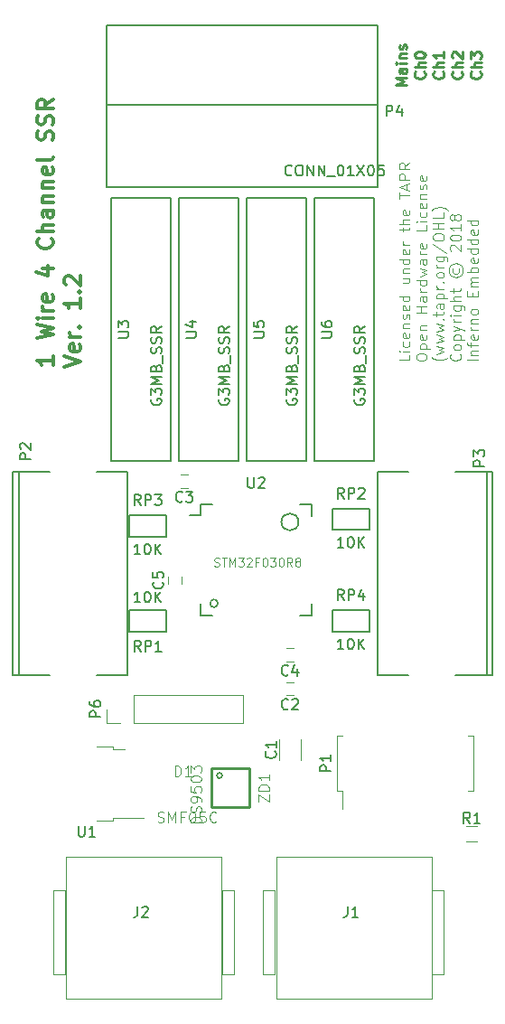
<source format=gto>
%TF.GenerationSoftware,KiCad,Pcbnew,(5.0.1)-3*%
%TF.CreationDate,2018-12-23T11:38:55+11:00*%
%TF.ProjectId,4Channel-SSR-Switch,344368616E6E656C2D5353522D537769,1.2*%
%TF.SameCoordinates,PX7c25018PY96ca4b8*%
%TF.FileFunction,Legend,Top*%
%TF.FilePolarity,Positive*%
%FSLAX46Y46*%
G04 Gerber Fmt 4.6, Leading zero omitted, Abs format (unit mm)*
G04 Created by KiCad (PCBNEW (5.0.1)-3) date 23/12/2018 11:38:55 AM*
%MOMM*%
%LPD*%
G01*
G04 APERTURE LIST*
%ADD10C,0.150000*%
%ADD11C,0.100000*%
%ADD12C,0.300000*%
%ADD13C,0.250000*%
%ADD14C,0.254000*%
%ADD15C,0.152400*%
%ADD16C,0.120000*%
%ADD17C,0.050000*%
G04 APERTURE END LIST*
D10*
X26838219Y44831000D02*
G75*
G03X26838219Y44831000I-803219J0D01*
G01*
X19282210Y37211000D02*
G75*
G03X19282210Y37211000I-359210J0D01*
G01*
D11*
X37257380Y60469286D02*
X37257380Y59993096D01*
X36257380Y59993096D01*
X37257380Y60802620D02*
X36590714Y60802620D01*
X36257380Y60802620D02*
X36305000Y60755000D01*
X36352619Y60802620D01*
X36305000Y60850239D01*
X36257380Y60802620D01*
X36352619Y60802620D01*
X37209761Y61707381D02*
X37257380Y61612143D01*
X37257380Y61421667D01*
X37209761Y61326429D01*
X37162142Y61278810D01*
X37066904Y61231191D01*
X36781190Y61231191D01*
X36685952Y61278810D01*
X36638333Y61326429D01*
X36590714Y61421667D01*
X36590714Y61612143D01*
X36638333Y61707381D01*
X37209761Y62516905D02*
X37257380Y62421667D01*
X37257380Y62231191D01*
X37209761Y62135953D01*
X37114523Y62088334D01*
X36733571Y62088334D01*
X36638333Y62135953D01*
X36590714Y62231191D01*
X36590714Y62421667D01*
X36638333Y62516905D01*
X36733571Y62564524D01*
X36828809Y62564524D01*
X36924047Y62088334D01*
X36590714Y62993096D02*
X37257380Y62993096D01*
X36685952Y62993096D02*
X36638333Y63040715D01*
X36590714Y63135953D01*
X36590714Y63278810D01*
X36638333Y63374048D01*
X36733571Y63421667D01*
X37257380Y63421667D01*
X37209761Y63850239D02*
X37257380Y63945477D01*
X37257380Y64135953D01*
X37209761Y64231191D01*
X37114523Y64278810D01*
X37066904Y64278810D01*
X36971666Y64231191D01*
X36924047Y64135953D01*
X36924047Y63993096D01*
X36876428Y63897858D01*
X36781190Y63850239D01*
X36733571Y63850239D01*
X36638333Y63897858D01*
X36590714Y63993096D01*
X36590714Y64135953D01*
X36638333Y64231191D01*
X37209761Y65088334D02*
X37257380Y64993096D01*
X37257380Y64802620D01*
X37209761Y64707381D01*
X37114523Y64659762D01*
X36733571Y64659762D01*
X36638333Y64707381D01*
X36590714Y64802620D01*
X36590714Y64993096D01*
X36638333Y65088334D01*
X36733571Y65135953D01*
X36828809Y65135953D01*
X36924047Y64659762D01*
X37257380Y65993096D02*
X36257380Y65993096D01*
X37209761Y65993096D02*
X37257380Y65897858D01*
X37257380Y65707381D01*
X37209761Y65612143D01*
X37162142Y65564524D01*
X37066904Y65516905D01*
X36781190Y65516905D01*
X36685952Y65564524D01*
X36638333Y65612143D01*
X36590714Y65707381D01*
X36590714Y65897858D01*
X36638333Y65993096D01*
X36590714Y67659762D02*
X37257380Y67659762D01*
X36590714Y67231191D02*
X37114523Y67231191D01*
X37209761Y67278810D01*
X37257380Y67374048D01*
X37257380Y67516905D01*
X37209761Y67612143D01*
X37162142Y67659762D01*
X36590714Y68135953D02*
X37257380Y68135953D01*
X36685952Y68135953D02*
X36638333Y68183572D01*
X36590714Y68278810D01*
X36590714Y68421667D01*
X36638333Y68516905D01*
X36733571Y68564524D01*
X37257380Y68564524D01*
X37257380Y69469286D02*
X36257380Y69469286D01*
X37209761Y69469286D02*
X37257380Y69374048D01*
X37257380Y69183572D01*
X37209761Y69088334D01*
X37162142Y69040715D01*
X37066904Y68993096D01*
X36781190Y68993096D01*
X36685952Y69040715D01*
X36638333Y69088334D01*
X36590714Y69183572D01*
X36590714Y69374048D01*
X36638333Y69469286D01*
X37209761Y70326429D02*
X37257380Y70231191D01*
X37257380Y70040715D01*
X37209761Y69945477D01*
X37114523Y69897858D01*
X36733571Y69897858D01*
X36638333Y69945477D01*
X36590714Y70040715D01*
X36590714Y70231191D01*
X36638333Y70326429D01*
X36733571Y70374048D01*
X36828809Y70374048D01*
X36924047Y69897858D01*
X37257380Y70802620D02*
X36590714Y70802620D01*
X36781190Y70802620D02*
X36685952Y70850239D01*
X36638333Y70897858D01*
X36590714Y70993096D01*
X36590714Y71088334D01*
X36590714Y72040715D02*
X36590714Y72421667D01*
X36257380Y72183572D02*
X37114523Y72183572D01*
X37209761Y72231191D01*
X37257380Y72326429D01*
X37257380Y72421667D01*
X37257380Y72755000D02*
X36257380Y72755000D01*
X37257380Y73183572D02*
X36733571Y73183572D01*
X36638333Y73135953D01*
X36590714Y73040715D01*
X36590714Y72897858D01*
X36638333Y72802620D01*
X36685952Y72755000D01*
X37209761Y74040715D02*
X37257380Y73945477D01*
X37257380Y73755000D01*
X37209761Y73659762D01*
X37114523Y73612143D01*
X36733571Y73612143D01*
X36638333Y73659762D01*
X36590714Y73755000D01*
X36590714Y73945477D01*
X36638333Y74040715D01*
X36733571Y74088334D01*
X36828809Y74088334D01*
X36924047Y73612143D01*
X36257380Y75135953D02*
X36257380Y75707381D01*
X37257380Y75421667D02*
X36257380Y75421667D01*
X36971666Y75993096D02*
X36971666Y76469286D01*
X37257380Y75897858D02*
X36257380Y76231191D01*
X37257380Y76564524D01*
X37257380Y76897858D02*
X36257380Y76897858D01*
X36257380Y77278810D01*
X36305000Y77374048D01*
X36352619Y77421667D01*
X36447857Y77469286D01*
X36590714Y77469286D01*
X36685952Y77421667D01*
X36733571Y77374048D01*
X36781190Y77278810D01*
X36781190Y76897858D01*
X37257380Y78469286D02*
X36781190Y78135953D01*
X37257380Y77897858D02*
X36257380Y77897858D01*
X36257380Y78278810D01*
X36305000Y78374048D01*
X36352619Y78421667D01*
X36447857Y78469286D01*
X36590714Y78469286D01*
X36685952Y78421667D01*
X36733571Y78374048D01*
X36781190Y78278810D01*
X36781190Y77897858D01*
X37857380Y60183572D02*
X37857380Y60374048D01*
X37905000Y60469286D01*
X38000238Y60564524D01*
X38190714Y60612143D01*
X38524047Y60612143D01*
X38714523Y60564524D01*
X38809761Y60469286D01*
X38857380Y60374048D01*
X38857380Y60183572D01*
X38809761Y60088334D01*
X38714523Y59993096D01*
X38524047Y59945477D01*
X38190714Y59945477D01*
X38000238Y59993096D01*
X37905000Y60088334D01*
X37857380Y60183572D01*
X38190714Y61040715D02*
X39190714Y61040715D01*
X38238333Y61040715D02*
X38190714Y61135953D01*
X38190714Y61326429D01*
X38238333Y61421667D01*
X38285952Y61469286D01*
X38381190Y61516905D01*
X38666904Y61516905D01*
X38762142Y61469286D01*
X38809761Y61421667D01*
X38857380Y61326429D01*
X38857380Y61135953D01*
X38809761Y61040715D01*
X38809761Y62326429D02*
X38857380Y62231191D01*
X38857380Y62040715D01*
X38809761Y61945477D01*
X38714523Y61897858D01*
X38333571Y61897858D01*
X38238333Y61945477D01*
X38190714Y62040715D01*
X38190714Y62231191D01*
X38238333Y62326429D01*
X38333571Y62374048D01*
X38428809Y62374048D01*
X38524047Y61897858D01*
X38190714Y62802620D02*
X38857380Y62802620D01*
X38285952Y62802620D02*
X38238333Y62850239D01*
X38190714Y62945477D01*
X38190714Y63088334D01*
X38238333Y63183572D01*
X38333571Y63231191D01*
X38857380Y63231191D01*
X38857380Y64469286D02*
X37857380Y64469286D01*
X38333571Y64469286D02*
X38333571Y65040715D01*
X38857380Y65040715D02*
X37857380Y65040715D01*
X38857380Y65945477D02*
X38333571Y65945477D01*
X38238333Y65897858D01*
X38190714Y65802620D01*
X38190714Y65612143D01*
X38238333Y65516905D01*
X38809761Y65945477D02*
X38857380Y65850239D01*
X38857380Y65612143D01*
X38809761Y65516905D01*
X38714523Y65469286D01*
X38619285Y65469286D01*
X38524047Y65516905D01*
X38476428Y65612143D01*
X38476428Y65850239D01*
X38428809Y65945477D01*
X38857380Y66421667D02*
X38190714Y66421667D01*
X38381190Y66421667D02*
X38285952Y66469286D01*
X38238333Y66516905D01*
X38190714Y66612143D01*
X38190714Y66707381D01*
X38857380Y67469286D02*
X37857380Y67469286D01*
X38809761Y67469286D02*
X38857380Y67374048D01*
X38857380Y67183572D01*
X38809761Y67088334D01*
X38762142Y67040715D01*
X38666904Y66993096D01*
X38381190Y66993096D01*
X38285952Y67040715D01*
X38238333Y67088334D01*
X38190714Y67183572D01*
X38190714Y67374048D01*
X38238333Y67469286D01*
X38190714Y67850239D02*
X38857380Y68040715D01*
X38381190Y68231191D01*
X38857380Y68421667D01*
X38190714Y68612143D01*
X38857380Y69421667D02*
X38333571Y69421667D01*
X38238333Y69374048D01*
X38190714Y69278810D01*
X38190714Y69088334D01*
X38238333Y68993096D01*
X38809761Y69421667D02*
X38857380Y69326429D01*
X38857380Y69088334D01*
X38809761Y68993096D01*
X38714523Y68945477D01*
X38619285Y68945477D01*
X38524047Y68993096D01*
X38476428Y69088334D01*
X38476428Y69326429D01*
X38428809Y69421667D01*
X38857380Y69897858D02*
X38190714Y69897858D01*
X38381190Y69897858D02*
X38285952Y69945477D01*
X38238333Y69993096D01*
X38190714Y70088334D01*
X38190714Y70183572D01*
X38809761Y70897858D02*
X38857380Y70802620D01*
X38857380Y70612143D01*
X38809761Y70516905D01*
X38714523Y70469286D01*
X38333571Y70469286D01*
X38238333Y70516905D01*
X38190714Y70612143D01*
X38190714Y70802620D01*
X38238333Y70897858D01*
X38333571Y70945477D01*
X38428809Y70945477D01*
X38524047Y70469286D01*
X38857380Y72612143D02*
X38857380Y72135953D01*
X37857380Y72135953D01*
X38857380Y72945477D02*
X38190714Y72945477D01*
X37857380Y72945477D02*
X37905000Y72897858D01*
X37952619Y72945477D01*
X37905000Y72993096D01*
X37857380Y72945477D01*
X37952619Y72945477D01*
X38809761Y73850239D02*
X38857380Y73755000D01*
X38857380Y73564524D01*
X38809761Y73469286D01*
X38762142Y73421667D01*
X38666904Y73374048D01*
X38381190Y73374048D01*
X38285952Y73421667D01*
X38238333Y73469286D01*
X38190714Y73564524D01*
X38190714Y73755000D01*
X38238333Y73850239D01*
X38809761Y74659762D02*
X38857380Y74564524D01*
X38857380Y74374048D01*
X38809761Y74278810D01*
X38714523Y74231191D01*
X38333571Y74231191D01*
X38238333Y74278810D01*
X38190714Y74374048D01*
X38190714Y74564524D01*
X38238333Y74659762D01*
X38333571Y74707381D01*
X38428809Y74707381D01*
X38524047Y74231191D01*
X38190714Y75135953D02*
X38857380Y75135953D01*
X38285952Y75135953D02*
X38238333Y75183572D01*
X38190714Y75278810D01*
X38190714Y75421667D01*
X38238333Y75516905D01*
X38333571Y75564524D01*
X38857380Y75564524D01*
X38809761Y75993096D02*
X38857380Y76088334D01*
X38857380Y76278810D01*
X38809761Y76374048D01*
X38714523Y76421667D01*
X38666904Y76421667D01*
X38571666Y76374048D01*
X38524047Y76278810D01*
X38524047Y76135953D01*
X38476428Y76040715D01*
X38381190Y75993096D01*
X38333571Y75993096D01*
X38238333Y76040715D01*
X38190714Y76135953D01*
X38190714Y76278810D01*
X38238333Y76374048D01*
X38809761Y77231191D02*
X38857380Y77135953D01*
X38857380Y76945477D01*
X38809761Y76850239D01*
X38714523Y76802620D01*
X38333571Y76802620D01*
X38238333Y76850239D01*
X38190714Y76945477D01*
X38190714Y77135953D01*
X38238333Y77231191D01*
X38333571Y77278810D01*
X38428809Y77278810D01*
X38524047Y76802620D01*
X40838333Y60278810D02*
X40790714Y60231191D01*
X40647857Y60135953D01*
X40552619Y60088334D01*
X40409761Y60040715D01*
X40171666Y59993096D01*
X39981190Y59993096D01*
X39743095Y60040715D01*
X39600238Y60088334D01*
X39505000Y60135953D01*
X39362142Y60231191D01*
X39314523Y60278810D01*
X39790714Y60564524D02*
X40457380Y60755000D01*
X39981190Y60945477D01*
X40457380Y61135953D01*
X39790714Y61326429D01*
X39790714Y61612143D02*
X40457380Y61802620D01*
X39981190Y61993096D01*
X40457380Y62183572D01*
X39790714Y62374048D01*
X39790714Y62659762D02*
X40457380Y62850239D01*
X39981190Y63040715D01*
X40457380Y63231191D01*
X39790714Y63421667D01*
X40362142Y63802620D02*
X40409761Y63850239D01*
X40457380Y63802620D01*
X40409761Y63755000D01*
X40362142Y63802620D01*
X40457380Y63802620D01*
X39790714Y64135953D02*
X39790714Y64516905D01*
X39457380Y64278810D02*
X40314523Y64278810D01*
X40409761Y64326429D01*
X40457380Y64421667D01*
X40457380Y64516905D01*
X40457380Y65278810D02*
X39933571Y65278810D01*
X39838333Y65231191D01*
X39790714Y65135953D01*
X39790714Y64945477D01*
X39838333Y64850239D01*
X40409761Y65278810D02*
X40457380Y65183572D01*
X40457380Y64945477D01*
X40409761Y64850239D01*
X40314523Y64802620D01*
X40219285Y64802620D01*
X40124047Y64850239D01*
X40076428Y64945477D01*
X40076428Y65183572D01*
X40028809Y65278810D01*
X39790714Y65755000D02*
X40790714Y65755000D01*
X39838333Y65755000D02*
X39790714Y65850239D01*
X39790714Y66040715D01*
X39838333Y66135953D01*
X39885952Y66183572D01*
X39981190Y66231191D01*
X40266904Y66231191D01*
X40362142Y66183572D01*
X40409761Y66135953D01*
X40457380Y66040715D01*
X40457380Y65850239D01*
X40409761Y65755000D01*
X40457380Y66659762D02*
X39790714Y66659762D01*
X39981190Y66659762D02*
X39885952Y66707381D01*
X39838333Y66755000D01*
X39790714Y66850239D01*
X39790714Y66945477D01*
X40362142Y67278810D02*
X40409761Y67326429D01*
X40457380Y67278810D01*
X40409761Y67231191D01*
X40362142Y67278810D01*
X40457380Y67278810D01*
X40457380Y67897858D02*
X40409761Y67802620D01*
X40362142Y67755000D01*
X40266904Y67707381D01*
X39981190Y67707381D01*
X39885952Y67755000D01*
X39838333Y67802620D01*
X39790714Y67897858D01*
X39790714Y68040715D01*
X39838333Y68135953D01*
X39885952Y68183572D01*
X39981190Y68231191D01*
X40266904Y68231191D01*
X40362142Y68183572D01*
X40409761Y68135953D01*
X40457380Y68040715D01*
X40457380Y67897858D01*
X40457380Y68659762D02*
X39790714Y68659762D01*
X39981190Y68659762D02*
X39885952Y68707381D01*
X39838333Y68755000D01*
X39790714Y68850239D01*
X39790714Y68945477D01*
X39790714Y69707381D02*
X40600238Y69707381D01*
X40695476Y69659762D01*
X40743095Y69612143D01*
X40790714Y69516905D01*
X40790714Y69374048D01*
X40743095Y69278810D01*
X40409761Y69707381D02*
X40457380Y69612143D01*
X40457380Y69421667D01*
X40409761Y69326429D01*
X40362142Y69278810D01*
X40266904Y69231191D01*
X39981190Y69231191D01*
X39885952Y69278810D01*
X39838333Y69326429D01*
X39790714Y69421667D01*
X39790714Y69612143D01*
X39838333Y69707381D01*
X39409761Y70897858D02*
X40695476Y70040715D01*
X39457380Y71421667D02*
X39457380Y71612143D01*
X39505000Y71707381D01*
X39600238Y71802620D01*
X39790714Y71850239D01*
X40124047Y71850239D01*
X40314523Y71802620D01*
X40409761Y71707381D01*
X40457380Y71612143D01*
X40457380Y71421667D01*
X40409761Y71326429D01*
X40314523Y71231191D01*
X40124047Y71183572D01*
X39790714Y71183572D01*
X39600238Y71231191D01*
X39505000Y71326429D01*
X39457380Y71421667D01*
X40457380Y72278810D02*
X39457380Y72278810D01*
X39933571Y72278810D02*
X39933571Y72850239D01*
X40457380Y72850239D02*
X39457380Y72850239D01*
X40457380Y73802620D02*
X40457380Y73326429D01*
X39457380Y73326429D01*
X40838333Y74040715D02*
X40790714Y74088334D01*
X40647857Y74183572D01*
X40552619Y74231191D01*
X40409761Y74278810D01*
X40171666Y74326429D01*
X39981190Y74326429D01*
X39743095Y74278810D01*
X39600238Y74231191D01*
X39505000Y74183572D01*
X39362142Y74088334D01*
X39314523Y74040715D01*
X41962142Y60564524D02*
X42009761Y60516905D01*
X42057380Y60374048D01*
X42057380Y60278810D01*
X42009761Y60135953D01*
X41914523Y60040715D01*
X41819285Y59993096D01*
X41628809Y59945477D01*
X41485952Y59945477D01*
X41295476Y59993096D01*
X41200238Y60040715D01*
X41105000Y60135953D01*
X41057380Y60278810D01*
X41057380Y60374048D01*
X41105000Y60516905D01*
X41152619Y60564524D01*
X42057380Y61135953D02*
X42009761Y61040715D01*
X41962142Y60993096D01*
X41866904Y60945477D01*
X41581190Y60945477D01*
X41485952Y60993096D01*
X41438333Y61040715D01*
X41390714Y61135953D01*
X41390714Y61278810D01*
X41438333Y61374048D01*
X41485952Y61421667D01*
X41581190Y61469286D01*
X41866904Y61469286D01*
X41962142Y61421667D01*
X42009761Y61374048D01*
X42057380Y61278810D01*
X42057380Y61135953D01*
X41390714Y61897858D02*
X42390714Y61897858D01*
X41438333Y61897858D02*
X41390714Y61993096D01*
X41390714Y62183572D01*
X41438333Y62278810D01*
X41485952Y62326429D01*
X41581190Y62374048D01*
X41866904Y62374048D01*
X41962142Y62326429D01*
X42009761Y62278810D01*
X42057380Y62183572D01*
X42057380Y61993096D01*
X42009761Y61897858D01*
X41390714Y62707381D02*
X42057380Y62945477D01*
X41390714Y63183572D02*
X42057380Y62945477D01*
X42295476Y62850239D01*
X42343095Y62802620D01*
X42390714Y62707381D01*
X42057380Y63564524D02*
X41390714Y63564524D01*
X41581190Y63564524D02*
X41485952Y63612143D01*
X41438333Y63659762D01*
X41390714Y63755000D01*
X41390714Y63850239D01*
X42057380Y64183572D02*
X41390714Y64183572D01*
X41057380Y64183572D02*
X41105000Y64135953D01*
X41152619Y64183572D01*
X41105000Y64231191D01*
X41057380Y64183572D01*
X41152619Y64183572D01*
X41390714Y65088334D02*
X42200238Y65088334D01*
X42295476Y65040715D01*
X42343095Y64993096D01*
X42390714Y64897858D01*
X42390714Y64755000D01*
X42343095Y64659762D01*
X42009761Y65088334D02*
X42057380Y64993096D01*
X42057380Y64802620D01*
X42009761Y64707381D01*
X41962142Y64659762D01*
X41866904Y64612143D01*
X41581190Y64612143D01*
X41485952Y64659762D01*
X41438333Y64707381D01*
X41390714Y64802620D01*
X41390714Y64993096D01*
X41438333Y65088334D01*
X42057380Y65564524D02*
X41057380Y65564524D01*
X42057380Y65993096D02*
X41533571Y65993096D01*
X41438333Y65945477D01*
X41390714Y65850239D01*
X41390714Y65707381D01*
X41438333Y65612143D01*
X41485952Y65564524D01*
X41390714Y66326429D02*
X41390714Y66707381D01*
X41057380Y66469286D02*
X41914523Y66469286D01*
X42009761Y66516905D01*
X42057380Y66612143D01*
X42057380Y66707381D01*
X41295476Y68612143D02*
X41247857Y68516905D01*
X41247857Y68326429D01*
X41295476Y68231191D01*
X41390714Y68135953D01*
X41485952Y68088334D01*
X41676428Y68088334D01*
X41771666Y68135953D01*
X41866904Y68231191D01*
X41914523Y68326429D01*
X41914523Y68516905D01*
X41866904Y68612143D01*
X40914523Y68421667D02*
X40962142Y68183572D01*
X41105000Y67945477D01*
X41343095Y67802620D01*
X41581190Y67755000D01*
X41819285Y67802620D01*
X42057380Y67945477D01*
X42200238Y68183572D01*
X42247857Y68421667D01*
X42200238Y68659762D01*
X42057380Y68897858D01*
X41819285Y69040715D01*
X41581190Y69088334D01*
X41343095Y69040715D01*
X41105000Y68897858D01*
X40962142Y68659762D01*
X40914523Y68421667D01*
X41152619Y70231191D02*
X41105000Y70278810D01*
X41057380Y70374048D01*
X41057380Y70612143D01*
X41105000Y70707381D01*
X41152619Y70755000D01*
X41247857Y70802620D01*
X41343095Y70802620D01*
X41485952Y70755000D01*
X42057380Y70183572D01*
X42057380Y70802620D01*
X41057380Y71421667D02*
X41057380Y71516905D01*
X41105000Y71612143D01*
X41152619Y71659762D01*
X41247857Y71707381D01*
X41438333Y71755000D01*
X41676428Y71755000D01*
X41866904Y71707381D01*
X41962142Y71659762D01*
X42009761Y71612143D01*
X42057380Y71516905D01*
X42057380Y71421667D01*
X42009761Y71326429D01*
X41962142Y71278810D01*
X41866904Y71231191D01*
X41676428Y71183572D01*
X41438333Y71183572D01*
X41247857Y71231191D01*
X41152619Y71278810D01*
X41105000Y71326429D01*
X41057380Y71421667D01*
X42057380Y72707381D02*
X42057380Y72135953D01*
X42057380Y72421667D02*
X41057380Y72421667D01*
X41200238Y72326429D01*
X41295476Y72231191D01*
X41343095Y72135953D01*
X41485952Y73278810D02*
X41438333Y73183572D01*
X41390714Y73135953D01*
X41295476Y73088334D01*
X41247857Y73088334D01*
X41152619Y73135953D01*
X41105000Y73183572D01*
X41057380Y73278810D01*
X41057380Y73469286D01*
X41105000Y73564524D01*
X41152619Y73612143D01*
X41247857Y73659762D01*
X41295476Y73659762D01*
X41390714Y73612143D01*
X41438333Y73564524D01*
X41485952Y73469286D01*
X41485952Y73278810D01*
X41533571Y73183572D01*
X41581190Y73135953D01*
X41676428Y73088334D01*
X41866904Y73088334D01*
X41962142Y73135953D01*
X42009761Y73183572D01*
X42057380Y73278810D01*
X42057380Y73469286D01*
X42009761Y73564524D01*
X41962142Y73612143D01*
X41866904Y73659762D01*
X41676428Y73659762D01*
X41581190Y73612143D01*
X41533571Y73564524D01*
X41485952Y73469286D01*
X43657380Y59993096D02*
X42657380Y59993096D01*
X42990714Y60469286D02*
X43657380Y60469286D01*
X43085952Y60469286D02*
X43038333Y60516905D01*
X42990714Y60612143D01*
X42990714Y60755000D01*
X43038333Y60850239D01*
X43133571Y60897858D01*
X43657380Y60897858D01*
X42990714Y61231191D02*
X42990714Y61612143D01*
X43657380Y61374048D02*
X42800238Y61374048D01*
X42705000Y61421667D01*
X42657380Y61516905D01*
X42657380Y61612143D01*
X43609761Y62326429D02*
X43657380Y62231191D01*
X43657380Y62040715D01*
X43609761Y61945477D01*
X43514523Y61897858D01*
X43133571Y61897858D01*
X43038333Y61945477D01*
X42990714Y62040715D01*
X42990714Y62231191D01*
X43038333Y62326429D01*
X43133571Y62374048D01*
X43228809Y62374048D01*
X43324047Y61897858D01*
X43657380Y62802620D02*
X42990714Y62802620D01*
X43181190Y62802620D02*
X43085952Y62850239D01*
X43038333Y62897858D01*
X42990714Y62993096D01*
X42990714Y63088334D01*
X42990714Y63421667D02*
X43657380Y63421667D01*
X43085952Y63421667D02*
X43038333Y63469286D01*
X42990714Y63564524D01*
X42990714Y63707381D01*
X43038333Y63802620D01*
X43133571Y63850239D01*
X43657380Y63850239D01*
X43657380Y64469286D02*
X43609761Y64374048D01*
X43562142Y64326429D01*
X43466904Y64278810D01*
X43181190Y64278810D01*
X43085952Y64326429D01*
X43038333Y64374048D01*
X42990714Y64469286D01*
X42990714Y64612143D01*
X43038333Y64707381D01*
X43085952Y64755000D01*
X43181190Y64802620D01*
X43466904Y64802620D01*
X43562142Y64755000D01*
X43609761Y64707381D01*
X43657380Y64612143D01*
X43657380Y64469286D01*
X43133571Y65993096D02*
X43133571Y66326429D01*
X43657380Y66469286D02*
X43657380Y65993096D01*
X42657380Y65993096D01*
X42657380Y66469286D01*
X43657380Y66897858D02*
X42990714Y66897858D01*
X43085952Y66897858D02*
X43038333Y66945477D01*
X42990714Y67040715D01*
X42990714Y67183572D01*
X43038333Y67278810D01*
X43133571Y67326429D01*
X43657380Y67326429D01*
X43133571Y67326429D02*
X43038333Y67374048D01*
X42990714Y67469286D01*
X42990714Y67612143D01*
X43038333Y67707381D01*
X43133571Y67755000D01*
X43657380Y67755000D01*
X43657380Y68231191D02*
X42657380Y68231191D01*
X43038333Y68231191D02*
X42990714Y68326429D01*
X42990714Y68516905D01*
X43038333Y68612143D01*
X43085952Y68659762D01*
X43181190Y68707381D01*
X43466904Y68707381D01*
X43562142Y68659762D01*
X43609761Y68612143D01*
X43657380Y68516905D01*
X43657380Y68326429D01*
X43609761Y68231191D01*
X43609761Y69516905D02*
X43657380Y69421667D01*
X43657380Y69231191D01*
X43609761Y69135953D01*
X43514523Y69088334D01*
X43133571Y69088334D01*
X43038333Y69135953D01*
X42990714Y69231191D01*
X42990714Y69421667D01*
X43038333Y69516905D01*
X43133571Y69564524D01*
X43228809Y69564524D01*
X43324047Y69088334D01*
X43657380Y70421667D02*
X42657380Y70421667D01*
X43609761Y70421667D02*
X43657380Y70326429D01*
X43657380Y70135953D01*
X43609761Y70040715D01*
X43562142Y69993096D01*
X43466904Y69945477D01*
X43181190Y69945477D01*
X43085952Y69993096D01*
X43038333Y70040715D01*
X42990714Y70135953D01*
X42990714Y70326429D01*
X43038333Y70421667D01*
X43657380Y71326429D02*
X42657380Y71326429D01*
X43609761Y71326429D02*
X43657380Y71231191D01*
X43657380Y71040715D01*
X43609761Y70945477D01*
X43562142Y70897858D01*
X43466904Y70850239D01*
X43181190Y70850239D01*
X43085952Y70897858D01*
X43038333Y70945477D01*
X42990714Y71040715D01*
X42990714Y71231191D01*
X43038333Y71326429D01*
X43609761Y72183572D02*
X43657380Y72088334D01*
X43657380Y71897858D01*
X43609761Y71802620D01*
X43514523Y71755000D01*
X43133571Y71755000D01*
X43038333Y71802620D01*
X42990714Y71897858D01*
X42990714Y72088334D01*
X43038333Y72183572D01*
X43133571Y72231191D01*
X43228809Y72231191D01*
X43324047Y71755000D01*
X43657380Y73088334D02*
X42657380Y73088334D01*
X43609761Y73088334D02*
X43657380Y72993096D01*
X43657380Y72802620D01*
X43609761Y72707381D01*
X43562142Y72659762D01*
X43466904Y72612143D01*
X43181190Y72612143D01*
X43085952Y72659762D01*
X43038333Y72707381D01*
X42990714Y72802620D01*
X42990714Y72993096D01*
X43038333Y73088334D01*
D12*
X3848571Y60392858D02*
X3848571Y59535715D01*
X3848571Y59964286D02*
X2348571Y59964286D01*
X2562857Y59821429D01*
X2705714Y59678572D01*
X2777142Y59535715D01*
X2348571Y62035715D02*
X3848571Y62392858D01*
X2777142Y62678572D01*
X3848571Y62964286D01*
X2348571Y63321429D01*
X3848571Y63892858D02*
X2848571Y63892858D01*
X2348571Y63892858D02*
X2420000Y63821429D01*
X2491428Y63892858D01*
X2420000Y63964286D01*
X2348571Y63892858D01*
X2491428Y63892858D01*
X3848571Y64607143D02*
X2848571Y64607143D01*
X3134285Y64607143D02*
X2991428Y64678572D01*
X2920000Y64750000D01*
X2848571Y64892858D01*
X2848571Y65035715D01*
X3777142Y66107143D02*
X3848571Y65964286D01*
X3848571Y65678572D01*
X3777142Y65535715D01*
X3634285Y65464286D01*
X3062857Y65464286D01*
X2920000Y65535715D01*
X2848571Y65678572D01*
X2848571Y65964286D01*
X2920000Y66107143D01*
X3062857Y66178572D01*
X3205714Y66178572D01*
X3348571Y65464286D01*
X2848571Y68607143D02*
X3848571Y68607143D01*
X2277142Y68250000D02*
X3348571Y67892858D01*
X3348571Y68821429D01*
X3705714Y71392858D02*
X3777142Y71321429D01*
X3848571Y71107143D01*
X3848571Y70964286D01*
X3777142Y70750000D01*
X3634285Y70607143D01*
X3491428Y70535715D01*
X3205714Y70464286D01*
X2991428Y70464286D01*
X2705714Y70535715D01*
X2562857Y70607143D01*
X2420000Y70750000D01*
X2348571Y70964286D01*
X2348571Y71107143D01*
X2420000Y71321429D01*
X2491428Y71392858D01*
X3848571Y72035715D02*
X2348571Y72035715D01*
X3848571Y72678572D02*
X3062857Y72678572D01*
X2920000Y72607143D01*
X2848571Y72464286D01*
X2848571Y72250000D01*
X2920000Y72107143D01*
X2991428Y72035715D01*
X3848571Y74035715D02*
X3062857Y74035715D01*
X2920000Y73964286D01*
X2848571Y73821429D01*
X2848571Y73535715D01*
X2920000Y73392858D01*
X3777142Y74035715D02*
X3848571Y73892858D01*
X3848571Y73535715D01*
X3777142Y73392858D01*
X3634285Y73321429D01*
X3491428Y73321429D01*
X3348571Y73392858D01*
X3277142Y73535715D01*
X3277142Y73892858D01*
X3205714Y74035715D01*
X2848571Y74750000D02*
X3848571Y74750000D01*
X2991428Y74750000D02*
X2920000Y74821429D01*
X2848571Y74964286D01*
X2848571Y75178572D01*
X2920000Y75321429D01*
X3062857Y75392858D01*
X3848571Y75392858D01*
X2848571Y76107143D02*
X3848571Y76107143D01*
X2991428Y76107143D02*
X2920000Y76178572D01*
X2848571Y76321429D01*
X2848571Y76535715D01*
X2920000Y76678572D01*
X3062857Y76750000D01*
X3848571Y76750000D01*
X3777142Y78035715D02*
X3848571Y77892858D01*
X3848571Y77607143D01*
X3777142Y77464286D01*
X3634285Y77392858D01*
X3062857Y77392858D01*
X2920000Y77464286D01*
X2848571Y77607143D01*
X2848571Y77892858D01*
X2920000Y78035715D01*
X3062857Y78107143D01*
X3205714Y78107143D01*
X3348571Y77392858D01*
X3848571Y78964286D02*
X3777142Y78821429D01*
X3634285Y78750000D01*
X2348571Y78750000D01*
X3777142Y80607143D02*
X3848571Y80821429D01*
X3848571Y81178572D01*
X3777142Y81321429D01*
X3705714Y81392858D01*
X3562857Y81464286D01*
X3420000Y81464286D01*
X3277142Y81392858D01*
X3205714Y81321429D01*
X3134285Y81178572D01*
X3062857Y80892858D01*
X2991428Y80750000D01*
X2920000Y80678572D01*
X2777142Y80607143D01*
X2634285Y80607143D01*
X2491428Y80678572D01*
X2420000Y80750000D01*
X2348571Y80892858D01*
X2348571Y81250000D01*
X2420000Y81464286D01*
X3777142Y82035715D02*
X3848571Y82250000D01*
X3848571Y82607143D01*
X3777142Y82750000D01*
X3705714Y82821429D01*
X3562857Y82892858D01*
X3420000Y82892858D01*
X3277142Y82821429D01*
X3205714Y82750000D01*
X3134285Y82607143D01*
X3062857Y82321429D01*
X2991428Y82178572D01*
X2920000Y82107143D01*
X2777142Y82035715D01*
X2634285Y82035715D01*
X2491428Y82107143D01*
X2420000Y82178572D01*
X2348571Y82321429D01*
X2348571Y82678572D01*
X2420000Y82892858D01*
X3848571Y84392858D02*
X3134285Y83892858D01*
X3848571Y83535715D02*
X2348571Y83535715D01*
X2348571Y84107143D01*
X2420000Y84250000D01*
X2491428Y84321429D01*
X2634285Y84392858D01*
X2848571Y84392858D01*
X2991428Y84321429D01*
X3062857Y84250000D01*
X3134285Y84107143D01*
X3134285Y83535715D01*
X4898571Y59392858D02*
X6398571Y59892858D01*
X4898571Y60392858D01*
X6327142Y61464286D02*
X6398571Y61321429D01*
X6398571Y61035715D01*
X6327142Y60892858D01*
X6184285Y60821429D01*
X5612857Y60821429D01*
X5470000Y60892858D01*
X5398571Y61035715D01*
X5398571Y61321429D01*
X5470000Y61464286D01*
X5612857Y61535715D01*
X5755714Y61535715D01*
X5898571Y60821429D01*
X6398571Y62178572D02*
X5398571Y62178572D01*
X5684285Y62178572D02*
X5541428Y62250000D01*
X5470000Y62321429D01*
X5398571Y62464286D01*
X5398571Y62607143D01*
X6255714Y63107143D02*
X6327142Y63178572D01*
X6398571Y63107143D01*
X6327142Y63035715D01*
X6255714Y63107143D01*
X6398571Y63107143D01*
X6398571Y65750000D02*
X6398571Y64892858D01*
X6398571Y65321429D02*
X4898571Y65321429D01*
X5112857Y65178572D01*
X5255714Y65035715D01*
X5327142Y64892858D01*
X6255714Y66392858D02*
X6327142Y66464286D01*
X6398571Y66392858D01*
X6327142Y66321429D01*
X6255714Y66392858D01*
X6398571Y66392858D01*
X5041428Y67035715D02*
X4970000Y67107143D01*
X4898571Y67250000D01*
X4898571Y67607143D01*
X4970000Y67750000D01*
X5041428Y67821429D01*
X5184285Y67892858D01*
X5327142Y67892858D01*
X5541428Y67821429D01*
X6398571Y66964286D01*
X6398571Y67892858D01*
D13*
X36957380Y85749048D02*
X35957380Y85749048D01*
X36671666Y86082381D01*
X35957380Y86415715D01*
X36957380Y86415715D01*
X36957380Y87320477D02*
X36433571Y87320477D01*
X36338333Y87272858D01*
X36290714Y87177620D01*
X36290714Y86987143D01*
X36338333Y86891905D01*
X36909761Y87320477D02*
X36957380Y87225239D01*
X36957380Y86987143D01*
X36909761Y86891905D01*
X36814523Y86844286D01*
X36719285Y86844286D01*
X36624047Y86891905D01*
X36576428Y86987143D01*
X36576428Y87225239D01*
X36528809Y87320477D01*
X36957380Y87796667D02*
X36290714Y87796667D01*
X35957380Y87796667D02*
X36005000Y87749048D01*
X36052619Y87796667D01*
X36005000Y87844286D01*
X35957380Y87796667D01*
X36052619Y87796667D01*
X36290714Y88272858D02*
X36957380Y88272858D01*
X36385952Y88272858D02*
X36338333Y88320477D01*
X36290714Y88415715D01*
X36290714Y88558572D01*
X36338333Y88653810D01*
X36433571Y88701429D01*
X36957380Y88701429D01*
X36909761Y89130000D02*
X36957380Y89225239D01*
X36957380Y89415715D01*
X36909761Y89510953D01*
X36814523Y89558572D01*
X36766904Y89558572D01*
X36671666Y89510953D01*
X36624047Y89415715D01*
X36624047Y89272858D01*
X36576428Y89177620D01*
X36481190Y89130000D01*
X36433571Y89130000D01*
X36338333Y89177620D01*
X36290714Y89272858D01*
X36290714Y89415715D01*
X36338333Y89510953D01*
X38612142Y87010953D02*
X38659761Y86963334D01*
X38707380Y86820477D01*
X38707380Y86725239D01*
X38659761Y86582381D01*
X38564523Y86487143D01*
X38469285Y86439524D01*
X38278809Y86391905D01*
X38135952Y86391905D01*
X37945476Y86439524D01*
X37850238Y86487143D01*
X37755000Y86582381D01*
X37707380Y86725239D01*
X37707380Y86820477D01*
X37755000Y86963334D01*
X37802619Y87010953D01*
X38707380Y87439524D02*
X37707380Y87439524D01*
X38707380Y87868096D02*
X38183571Y87868096D01*
X38088333Y87820477D01*
X38040714Y87725239D01*
X38040714Y87582381D01*
X38088333Y87487143D01*
X38135952Y87439524D01*
X37707380Y88534762D02*
X37707380Y88630000D01*
X37755000Y88725239D01*
X37802619Y88772858D01*
X37897857Y88820477D01*
X38088333Y88868096D01*
X38326428Y88868096D01*
X38516904Y88820477D01*
X38612142Y88772858D01*
X38659761Y88725239D01*
X38707380Y88630000D01*
X38707380Y88534762D01*
X38659761Y88439524D01*
X38612142Y88391905D01*
X38516904Y88344286D01*
X38326428Y88296667D01*
X38088333Y88296667D01*
X37897857Y88344286D01*
X37802619Y88391905D01*
X37755000Y88439524D01*
X37707380Y88534762D01*
X40362142Y87010953D02*
X40409761Y86963334D01*
X40457380Y86820477D01*
X40457380Y86725239D01*
X40409761Y86582381D01*
X40314523Y86487143D01*
X40219285Y86439524D01*
X40028809Y86391905D01*
X39885952Y86391905D01*
X39695476Y86439524D01*
X39600238Y86487143D01*
X39505000Y86582381D01*
X39457380Y86725239D01*
X39457380Y86820477D01*
X39505000Y86963334D01*
X39552619Y87010953D01*
X40457380Y87439524D02*
X39457380Y87439524D01*
X40457380Y87868096D02*
X39933571Y87868096D01*
X39838333Y87820477D01*
X39790714Y87725239D01*
X39790714Y87582381D01*
X39838333Y87487143D01*
X39885952Y87439524D01*
X40457380Y88868096D02*
X40457380Y88296667D01*
X40457380Y88582381D02*
X39457380Y88582381D01*
X39600238Y88487143D01*
X39695476Y88391905D01*
X39743095Y88296667D01*
X42112142Y87010953D02*
X42159761Y86963334D01*
X42207380Y86820477D01*
X42207380Y86725239D01*
X42159761Y86582381D01*
X42064523Y86487143D01*
X41969285Y86439524D01*
X41778809Y86391905D01*
X41635952Y86391905D01*
X41445476Y86439524D01*
X41350238Y86487143D01*
X41255000Y86582381D01*
X41207380Y86725239D01*
X41207380Y86820477D01*
X41255000Y86963334D01*
X41302619Y87010953D01*
X42207380Y87439524D02*
X41207380Y87439524D01*
X42207380Y87868096D02*
X41683571Y87868096D01*
X41588333Y87820477D01*
X41540714Y87725239D01*
X41540714Y87582381D01*
X41588333Y87487143D01*
X41635952Y87439524D01*
X41302619Y88296667D02*
X41255000Y88344286D01*
X41207380Y88439524D01*
X41207380Y88677620D01*
X41255000Y88772858D01*
X41302619Y88820477D01*
X41397857Y88868096D01*
X41493095Y88868096D01*
X41635952Y88820477D01*
X42207380Y88249048D01*
X42207380Y88868096D01*
X43862142Y87010953D02*
X43909761Y86963334D01*
X43957380Y86820477D01*
X43957380Y86725239D01*
X43909761Y86582381D01*
X43814523Y86487143D01*
X43719285Y86439524D01*
X43528809Y86391905D01*
X43385952Y86391905D01*
X43195476Y86439524D01*
X43100238Y86487143D01*
X43005000Y86582381D01*
X42957380Y86725239D01*
X42957380Y86820477D01*
X43005000Y86963334D01*
X43052619Y87010953D01*
X43957380Y87439524D02*
X42957380Y87439524D01*
X43957380Y87868096D02*
X43433571Y87868096D01*
X43338333Y87820477D01*
X43290714Y87725239D01*
X43290714Y87582381D01*
X43338333Y87487143D01*
X43385952Y87439524D01*
X42957380Y88249048D02*
X42957380Y88868096D01*
X43338333Y88534762D01*
X43338333Y88677620D01*
X43385952Y88772858D01*
X43433571Y88820477D01*
X43528809Y88868096D01*
X43766904Y88868096D01*
X43862142Y88820477D01*
X43909761Y88772858D01*
X43957380Y88677620D01*
X43957380Y88391905D01*
X43909761Y88296667D01*
X43862142Y88249048D01*
D14*
%TO.C,ZD1*%
X22250400Y21793200D02*
X22250400Y18084800D01*
X22250400Y18084800D02*
X18643600Y18084800D01*
X18643600Y18084800D02*
X18643600Y21793200D01*
X18643600Y21793200D02*
X22250400Y21793200D01*
D15*
X19685000Y21082000D02*
G75*
G03X19685000Y21082000I-254000J0D01*
G01*
D16*
%TO.C,C2*%
X26385000Y28610000D02*
X25685000Y28610000D01*
X25685000Y29810000D02*
X26385000Y29810000D01*
%TO.C,C3*%
X16479000Y48041000D02*
X15779000Y48041000D01*
X15779000Y49241000D02*
X16479000Y49241000D01*
%TO.C,C4*%
X26385000Y31785000D02*
X25685000Y31785000D01*
X25685000Y32985000D02*
X26385000Y32985000D01*
%TO.C,C5*%
X14640000Y39020000D02*
X14640000Y39720000D01*
X15840000Y39720000D02*
X15840000Y39020000D01*
D11*
%TO.C,J1*%
X39295071Y136521D02*
X24730625Y136521D01*
X24730625Y136521D02*
X24730625Y13428448D01*
X24730625Y13428448D02*
X39295071Y13428448D01*
X39295071Y13428448D02*
X39295071Y136521D01*
X40466916Y2429475D02*
X39358186Y2429475D01*
X39358186Y2429475D02*
X39358186Y10291380D01*
X39358186Y10291380D02*
X40466916Y10291380D01*
X40466916Y10291380D02*
X40466916Y2429475D01*
X24642312Y2429698D02*
X23533582Y2429698D01*
X23533582Y2429698D02*
X23533582Y10291603D01*
X23533582Y10291603D02*
X24642312Y10291603D01*
X24642312Y10291603D02*
X24642312Y2429698D01*
%TO.C,J2*%
X19610071Y136521D02*
X5045625Y136521D01*
X5045625Y136521D02*
X5045625Y13428448D01*
X5045625Y13428448D02*
X19610071Y13428448D01*
X19610071Y13428448D02*
X19610071Y136521D01*
X20781916Y2429475D02*
X19673186Y2429475D01*
X19673186Y2429475D02*
X19673186Y10291380D01*
X19673186Y10291380D02*
X20781916Y10291380D01*
X20781916Y10291380D02*
X20781916Y2429475D01*
X4957312Y2429698D02*
X3848582Y2429698D01*
X3848582Y2429698D02*
X3848582Y10291603D01*
X3848582Y10291603D02*
X4957312Y10291603D01*
X4957312Y10291603D02*
X4957312Y2429698D01*
D10*
%TO.C,P2*%
X614680Y49524920D02*
X215900Y49524920D01*
X215900Y49524920D02*
X66040Y49524920D01*
X66040Y49524920D02*
X66040Y30485080D01*
X66040Y30485080D02*
X614680Y30485080D01*
X7914640Y30485080D02*
X10815320Y30485080D01*
X10815320Y30485080D02*
X10815320Y40005000D01*
X3515360Y49524920D02*
X614680Y49524920D01*
X614680Y49524920D02*
X614680Y30485080D01*
X614680Y30485080D02*
X3515360Y30485080D01*
X10815320Y40005000D02*
X10815320Y49524920D01*
X10815320Y49524920D02*
X7914640Y49524920D01*
%TO.C,P3*%
X44470320Y30485080D02*
X44869100Y30485080D01*
X44869100Y30485080D02*
X45018960Y30485080D01*
X45018960Y30485080D02*
X45018960Y49524920D01*
X45018960Y49524920D02*
X44470320Y49524920D01*
X37170360Y49524920D02*
X34269680Y49524920D01*
X34269680Y49524920D02*
X34269680Y40005000D01*
X41569640Y30485080D02*
X44470320Y30485080D01*
X44470320Y30485080D02*
X44470320Y49524920D01*
X44470320Y49524920D02*
X41569640Y49524920D01*
X34269680Y40005000D02*
X34269680Y30485080D01*
X34269680Y30485080D02*
X37170360Y30485080D01*
%TO.C,P4*%
X8890000Y83900000D02*
X8890000Y91400000D01*
X8890000Y91400000D02*
X34290000Y91400000D01*
X34290000Y91400000D02*
X34290000Y83900000D01*
X8890000Y76200000D02*
X34290000Y76200000D01*
X34290000Y76200000D02*
X34290000Y83900000D01*
X34290000Y83900000D02*
X8890000Y83900000D01*
X8890000Y83900000D02*
X8890000Y76200000D01*
D16*
%TO.C,P6*%
X11430000Y25975000D02*
X21650000Y25975000D01*
X21650000Y25975000D02*
X21650000Y28635000D01*
X21650000Y28635000D02*
X11430000Y28635000D01*
X11430000Y28635000D02*
X11430000Y25975000D01*
X10160000Y25975000D02*
X8830000Y25975000D01*
X8830000Y25975000D02*
X8830000Y27305000D01*
%TO.C,R1*%
X43565000Y14941000D02*
X42565000Y14941000D01*
X42565000Y16301000D02*
X43565000Y16301000D01*
D10*
%TO.C,RP1*%
X14400000Y36560000D02*
X14400000Y34560000D01*
X14400000Y34560000D02*
X11000000Y34560000D01*
X11000000Y34560000D02*
X11000000Y36560000D01*
X11000000Y36560000D02*
X14400000Y36560000D01*
%TO.C,RP2*%
X30050000Y44085000D02*
X30050000Y46085000D01*
X30050000Y46085000D02*
X33450000Y46085000D01*
X33450000Y46085000D02*
X33450000Y44085000D01*
X33450000Y44085000D02*
X30050000Y44085000D01*
%TO.C,RP3*%
X11000000Y43450000D02*
X11000000Y45450000D01*
X11000000Y45450000D02*
X14400000Y45450000D01*
X14400000Y45450000D02*
X14400000Y43450000D01*
X14400000Y43450000D02*
X11000000Y43450000D01*
%TO.C,RP4*%
X30050000Y34560000D02*
X30050000Y36560000D01*
X30050000Y36560000D02*
X33450000Y36560000D01*
X33450000Y36560000D02*
X33450000Y34560000D01*
X33450000Y34560000D02*
X30050000Y34560000D01*
%TO.C,U2*%
X17685000Y46450000D02*
X17685000Y45450000D01*
X28035000Y46450000D02*
X28035000Y45375000D01*
X28035000Y36100000D02*
X28035000Y37175000D01*
X17685000Y36100000D02*
X17685000Y37175000D01*
X17685000Y46450000D02*
X18760000Y46450000D01*
X17685000Y36100000D02*
X18760000Y36100000D01*
X28035000Y36100000D02*
X26960000Y36100000D01*
X28035000Y46450000D02*
X26960000Y46450000D01*
X17685000Y45450000D02*
X16660000Y45450000D01*
%TO.C,U3*%
X9265000Y50565000D02*
X9265000Y75165000D01*
X9265000Y75165000D02*
X14865000Y75165000D01*
X14865000Y75165000D02*
X14865000Y50565000D01*
X14865000Y50565000D02*
X9265000Y50565000D01*
%TO.C,U4*%
X15615000Y50565000D02*
X15615000Y75165000D01*
X15615000Y75165000D02*
X21215000Y75165000D01*
X21215000Y75165000D02*
X21215000Y50565000D01*
X21215000Y50565000D02*
X15615000Y50565000D01*
%TO.C,U5*%
X21965000Y50565000D02*
X21965000Y75165000D01*
X21965000Y75165000D02*
X27565000Y75165000D01*
X27565000Y75165000D02*
X27565000Y50565000D01*
X27565000Y50565000D02*
X21965000Y50565000D01*
%TO.C,U6*%
X28315000Y50565000D02*
X28315000Y75165000D01*
X28315000Y75165000D02*
X33915000Y75165000D01*
X33915000Y75165000D02*
X33915000Y50565000D01*
X33915000Y50565000D02*
X28315000Y50565000D01*
D16*
%TO.C,U1*%
X7955000Y16870000D02*
X9455000Y16870000D01*
X9455000Y16870000D02*
X9455000Y17140000D01*
X9455000Y17140000D02*
X12285000Y17140000D01*
X7955000Y23770000D02*
X9455000Y23770000D01*
X9455000Y23770000D02*
X9455000Y23500000D01*
X9455000Y23500000D02*
X10555000Y23500000D01*
%TO.C,C1*%
X25015000Y24495000D02*
X25015000Y22495000D01*
X27055000Y22495000D02*
X27055000Y24495000D01*
%TO.C,P1*%
X30950000Y19625000D02*
X30420000Y19625000D01*
X30420000Y19625000D02*
X30420000Y24825000D01*
X30420000Y24825000D02*
X30950000Y24825000D01*
X42710000Y19625000D02*
X43240000Y19625000D01*
X43240000Y19625000D02*
X43240000Y24825000D01*
X43240000Y24825000D02*
X42710000Y24825000D01*
X30950000Y17955000D02*
X30950000Y19625000D01*
%TO.C,ZD1*%
D17*
X23074548Y18629398D02*
X23074548Y19296105D01*
X24074608Y18629398D01*
X24074608Y19296105D01*
X24074608Y19677080D02*
X23074548Y19677080D01*
X23074548Y19915190D01*
X23122170Y20058055D01*
X23217413Y20153299D01*
X23312657Y20200921D01*
X23503145Y20248543D01*
X23646010Y20248543D01*
X23836498Y20200921D01*
X23931742Y20153299D01*
X24026986Y20058055D01*
X24074608Y19915190D01*
X24074608Y19677080D01*
X24074608Y21200981D02*
X24074608Y20629518D01*
X24074608Y20915250D02*
X23074548Y20915250D01*
X23217413Y20820006D01*
X23312657Y20724762D01*
X23360279Y20629518D01*
X17723017Y16659492D02*
X16722517Y16659492D01*
X16722517Y16897706D01*
X16770160Y17040635D01*
X16865445Y17135920D01*
X16960731Y17183563D01*
X17151302Y17231206D01*
X17294231Y17231206D01*
X17484802Y17183563D01*
X17580088Y17135920D01*
X17675374Y17040635D01*
X17723017Y16897706D01*
X17723017Y16659492D01*
X17675374Y17612349D02*
X17723017Y17755278D01*
X17723017Y17993492D01*
X17675374Y18088778D01*
X17627731Y18136420D01*
X17532445Y18184063D01*
X17437160Y18184063D01*
X17341874Y18136420D01*
X17294231Y18088778D01*
X17246588Y17993492D01*
X17198945Y17802920D01*
X17151302Y17707635D01*
X17103660Y17659992D01*
X17008374Y17612349D01*
X16913088Y17612349D01*
X16817802Y17659992D01*
X16770160Y17707635D01*
X16722517Y17802920D01*
X16722517Y18041135D01*
X16770160Y18184063D01*
X17723017Y18660492D02*
X17723017Y18851063D01*
X17675374Y18946349D01*
X17627731Y18993992D01*
X17484802Y19089278D01*
X17294231Y19136920D01*
X16913088Y19136920D01*
X16817802Y19089278D01*
X16770160Y19041635D01*
X16722517Y18946349D01*
X16722517Y18755778D01*
X16770160Y18660492D01*
X16817802Y18612849D01*
X16913088Y18565206D01*
X17151302Y18565206D01*
X17246588Y18612849D01*
X17294231Y18660492D01*
X17341874Y18755778D01*
X17341874Y18946349D01*
X17294231Y19041635D01*
X17246588Y19089278D01*
X17151302Y19136920D01*
X16722517Y20042135D02*
X16722517Y19565706D01*
X17198945Y19518063D01*
X17151302Y19565706D01*
X17103660Y19660992D01*
X17103660Y19899206D01*
X17151302Y19994492D01*
X17198945Y20042135D01*
X17294231Y20089778D01*
X17532445Y20089778D01*
X17627731Y20042135D01*
X17675374Y19994492D01*
X17723017Y19899206D01*
X17723017Y19660992D01*
X17675374Y19565706D01*
X17627731Y19518063D01*
X16722517Y20709135D02*
X16722517Y20804420D01*
X16770160Y20899706D01*
X16817802Y20947349D01*
X16913088Y20994992D01*
X17103660Y21042635D01*
X17341874Y21042635D01*
X17532445Y20994992D01*
X17627731Y20947349D01*
X17675374Y20899706D01*
X17723017Y20804420D01*
X17723017Y20709135D01*
X17675374Y20613849D01*
X17627731Y20566206D01*
X17532445Y20518563D01*
X17341874Y20470920D01*
X17103660Y20470920D01*
X16913088Y20518563D01*
X16817802Y20566206D01*
X16770160Y20613849D01*
X16722517Y20709135D01*
X16722517Y21376135D02*
X16722517Y21995492D01*
X17103660Y21661992D01*
X17103660Y21804920D01*
X17151302Y21900206D01*
X17198945Y21947849D01*
X17294231Y21995492D01*
X17532445Y21995492D01*
X17627731Y21947849D01*
X17675374Y21900206D01*
X17723017Y21804920D01*
X17723017Y21519063D01*
X17675374Y21423778D01*
X17627731Y21376135D01*
%TO.C,D1*%
X15264430Y21012800D02*
X15264430Y22014080D01*
X15502830Y22014080D01*
X15645870Y21966400D01*
X15741230Y21871040D01*
X15788910Y21775680D01*
X15836590Y21584960D01*
X15836590Y21441920D01*
X15788910Y21251200D01*
X15741230Y21155840D01*
X15645870Y21060480D01*
X15502830Y21012800D01*
X15264430Y21012800D01*
X16790190Y21012800D02*
X16218030Y21012800D01*
X16504110Y21012800D02*
X16504110Y22014080D01*
X16408750Y21871040D01*
X16313390Y21775680D01*
X16218030Y21728000D01*
X13643129Y16736484D02*
X13786196Y16688795D01*
X14024642Y16688795D01*
X14120020Y16736484D01*
X14167709Y16784173D01*
X14215398Y16879551D01*
X14215398Y16974929D01*
X14167709Y17070307D01*
X14120020Y17117996D01*
X14024642Y17165685D01*
X13833885Y17213374D01*
X13738507Y17261063D01*
X13690818Y17308752D01*
X13643129Y17404130D01*
X13643129Y17499508D01*
X13690818Y17594886D01*
X13738507Y17642575D01*
X13833885Y17690265D01*
X14072331Y17690265D01*
X14215398Y17642575D01*
X14644599Y16688795D02*
X14644599Y17690265D01*
X14978423Y16974929D01*
X15312246Y17690265D01*
X15312246Y16688795D01*
X16122960Y17213374D02*
X15789136Y17213374D01*
X15789136Y16688795D02*
X15789136Y17690265D01*
X16266027Y17690265D01*
X16838295Y17690265D02*
X16933674Y17690265D01*
X17029052Y17642575D01*
X17076741Y17594886D01*
X17124430Y17499508D01*
X17172119Y17308752D01*
X17172119Y17070307D01*
X17124430Y16879551D01*
X17076741Y16784173D01*
X17029052Y16736484D01*
X16933674Y16688795D01*
X16838295Y16688795D01*
X16742917Y16736484D01*
X16695228Y16784173D01*
X16647539Y16879551D01*
X16599850Y17070307D01*
X16599850Y17308752D01*
X16647539Y17499508D01*
X16695228Y17594886D01*
X16742917Y17642575D01*
X16838295Y17690265D01*
X18078211Y17690265D02*
X17601320Y17690265D01*
X17553631Y17213374D01*
X17601320Y17261063D01*
X17696698Y17308752D01*
X17935144Y17308752D01*
X18030522Y17261063D01*
X18078211Y17213374D01*
X18125900Y17117996D01*
X18125900Y16879551D01*
X18078211Y16784173D01*
X18030522Y16736484D01*
X17935144Y16688795D01*
X17696698Y16688795D01*
X17601320Y16736484D01*
X17553631Y16784173D01*
X19127370Y16784173D02*
X19079681Y16736484D01*
X18936614Y16688795D01*
X18841235Y16688795D01*
X18698168Y16736484D01*
X18602790Y16831862D01*
X18555101Y16927240D01*
X18507412Y17117996D01*
X18507412Y17261063D01*
X18555101Y17451819D01*
X18602790Y17547197D01*
X18698168Y17642575D01*
X18841235Y17690265D01*
X18936614Y17690265D01*
X19079681Y17642575D01*
X19127370Y17594886D01*
%TO.C,C2*%
D10*
X25868333Y27352858D02*
X25820714Y27305239D01*
X25677857Y27257620D01*
X25582619Y27257620D01*
X25439761Y27305239D01*
X25344523Y27400477D01*
X25296904Y27495715D01*
X25249285Y27686191D01*
X25249285Y27829048D01*
X25296904Y28019524D01*
X25344523Y28114762D01*
X25439761Y28210000D01*
X25582619Y28257620D01*
X25677857Y28257620D01*
X25820714Y28210000D01*
X25868333Y28162381D01*
X26249285Y28162381D02*
X26296904Y28210000D01*
X26392142Y28257620D01*
X26630238Y28257620D01*
X26725476Y28210000D01*
X26773095Y28162381D01*
X26820714Y28067143D01*
X26820714Y27971905D01*
X26773095Y27829048D01*
X26201666Y27257620D01*
X26820714Y27257620D01*
%TO.C,C3*%
X15962333Y46783858D02*
X15914714Y46736239D01*
X15771857Y46688620D01*
X15676619Y46688620D01*
X15533761Y46736239D01*
X15438523Y46831477D01*
X15390904Y46926715D01*
X15343285Y47117191D01*
X15343285Y47260048D01*
X15390904Y47450524D01*
X15438523Y47545762D01*
X15533761Y47641000D01*
X15676619Y47688620D01*
X15771857Y47688620D01*
X15914714Y47641000D01*
X15962333Y47593381D01*
X16295666Y47688620D02*
X16914714Y47688620D01*
X16581380Y47307667D01*
X16724238Y47307667D01*
X16819476Y47260048D01*
X16867095Y47212429D01*
X16914714Y47117191D01*
X16914714Y46879096D01*
X16867095Y46783858D01*
X16819476Y46736239D01*
X16724238Y46688620D01*
X16438523Y46688620D01*
X16343285Y46736239D01*
X16295666Y46783858D01*
%TO.C,C4*%
X25868333Y30527858D02*
X25820714Y30480239D01*
X25677857Y30432620D01*
X25582619Y30432620D01*
X25439761Y30480239D01*
X25344523Y30575477D01*
X25296904Y30670715D01*
X25249285Y30861191D01*
X25249285Y31004048D01*
X25296904Y31194524D01*
X25344523Y31289762D01*
X25439761Y31385000D01*
X25582619Y31432620D01*
X25677857Y31432620D01*
X25820714Y31385000D01*
X25868333Y31337381D01*
X26725476Y31099286D02*
X26725476Y30432620D01*
X26487380Y31480239D02*
X26249285Y30765953D01*
X26868333Y30765953D01*
%TO.C,C5*%
X14097142Y39203334D02*
X14144761Y39155715D01*
X14192380Y39012858D01*
X14192380Y38917620D01*
X14144761Y38774762D01*
X14049523Y38679524D01*
X13954285Y38631905D01*
X13763809Y38584286D01*
X13620952Y38584286D01*
X13430476Y38631905D01*
X13335238Y38679524D01*
X13240000Y38774762D01*
X13192380Y38917620D01*
X13192380Y39012858D01*
X13240000Y39155715D01*
X13287619Y39203334D01*
X13192380Y40108096D02*
X13192380Y39631905D01*
X13668571Y39584286D01*
X13620952Y39631905D01*
X13573333Y39727143D01*
X13573333Y39965239D01*
X13620952Y40060477D01*
X13668571Y40108096D01*
X13763809Y40155715D01*
X14001904Y40155715D01*
X14097142Y40108096D01*
X14144761Y40060477D01*
X14192380Y39965239D01*
X14192380Y39727143D01*
X14144761Y39631905D01*
X14097142Y39584286D01*
%TO.C,J1*%
X31426666Y8802620D02*
X31426666Y8088334D01*
X31379047Y7945477D01*
X31283809Y7850239D01*
X31140952Y7802620D01*
X31045714Y7802620D01*
X32426666Y7802620D02*
X31855238Y7802620D01*
X32140952Y7802620D02*
X32140952Y8802620D01*
X32045714Y8659762D01*
X31950476Y8564524D01*
X31855238Y8516905D01*
%TO.C,J2*%
X11741666Y8802620D02*
X11741666Y8088334D01*
X11694047Y7945477D01*
X11598809Y7850239D01*
X11455952Y7802620D01*
X11360714Y7802620D01*
X12170238Y8707381D02*
X12217857Y8755000D01*
X12313095Y8802620D01*
X12551190Y8802620D01*
X12646428Y8755000D01*
X12694047Y8707381D01*
X12741666Y8612143D01*
X12741666Y8516905D01*
X12694047Y8374048D01*
X12122619Y7802620D01*
X12741666Y7802620D01*
%TO.C,P2*%
X1722380Y50696905D02*
X722380Y50696905D01*
X722380Y51077858D01*
X770000Y51173096D01*
X817619Y51220715D01*
X912857Y51268334D01*
X1055714Y51268334D01*
X1150952Y51220715D01*
X1198571Y51173096D01*
X1246190Y51077858D01*
X1246190Y50696905D01*
X817619Y51649286D02*
X770000Y51696905D01*
X722380Y51792143D01*
X722380Y52030239D01*
X770000Y52125477D01*
X817619Y52173096D01*
X912857Y52220715D01*
X1008095Y52220715D01*
X1150952Y52173096D01*
X1722380Y51601667D01*
X1722380Y52220715D01*
%TO.C,P3*%
X44267380Y50061905D02*
X43267380Y50061905D01*
X43267380Y50442858D01*
X43315000Y50538096D01*
X43362619Y50585715D01*
X43457857Y50633334D01*
X43600714Y50633334D01*
X43695952Y50585715D01*
X43743571Y50538096D01*
X43791190Y50442858D01*
X43791190Y50061905D01*
X43267380Y50966667D02*
X43267380Y51585715D01*
X43648333Y51252381D01*
X43648333Y51395239D01*
X43695952Y51490477D01*
X43743571Y51538096D01*
X43838809Y51585715D01*
X44076904Y51585715D01*
X44172142Y51538096D01*
X44219761Y51490477D01*
X44267380Y51395239D01*
X44267380Y51109524D01*
X44219761Y51014286D01*
X44172142Y50966667D01*
%TO.C,P4*%
X35075904Y82859620D02*
X35075904Y83859620D01*
X35456857Y83859620D01*
X35552095Y83812000D01*
X35599714Y83764381D01*
X35647333Y83669143D01*
X35647333Y83526286D01*
X35599714Y83431048D01*
X35552095Y83383429D01*
X35456857Y83335810D01*
X35075904Y83335810D01*
X36504476Y83526286D02*
X36504476Y82859620D01*
X36266380Y83907239D02*
X36028285Y83192953D01*
X36647333Y83192953D01*
X26202190Y77366858D02*
X26154571Y77319239D01*
X26011714Y77271620D01*
X25916476Y77271620D01*
X25773619Y77319239D01*
X25678380Y77414477D01*
X25630761Y77509715D01*
X25583142Y77700191D01*
X25583142Y77843048D01*
X25630761Y78033524D01*
X25678380Y78128762D01*
X25773619Y78224000D01*
X25916476Y78271620D01*
X26011714Y78271620D01*
X26154571Y78224000D01*
X26202190Y78176381D01*
X26821238Y78271620D02*
X27011714Y78271620D01*
X27106952Y78224000D01*
X27202190Y78128762D01*
X27249809Y77938286D01*
X27249809Y77604953D01*
X27202190Y77414477D01*
X27106952Y77319239D01*
X27011714Y77271620D01*
X26821238Y77271620D01*
X26726000Y77319239D01*
X26630761Y77414477D01*
X26583142Y77604953D01*
X26583142Y77938286D01*
X26630761Y78128762D01*
X26726000Y78224000D01*
X26821238Y78271620D01*
X27678380Y77271620D02*
X27678380Y78271620D01*
X28249809Y77271620D01*
X28249809Y78271620D01*
X28726000Y77271620D02*
X28726000Y78271620D01*
X29297428Y77271620D01*
X29297428Y78271620D01*
X29535523Y77176381D02*
X30297428Y77176381D01*
X30726000Y78271620D02*
X30821238Y78271620D01*
X30916476Y78224000D01*
X30964095Y78176381D01*
X31011714Y78081143D01*
X31059333Y77890667D01*
X31059333Y77652572D01*
X31011714Y77462096D01*
X30964095Y77366858D01*
X30916476Y77319239D01*
X30821238Y77271620D01*
X30726000Y77271620D01*
X30630761Y77319239D01*
X30583142Y77366858D01*
X30535523Y77462096D01*
X30487904Y77652572D01*
X30487904Y77890667D01*
X30535523Y78081143D01*
X30583142Y78176381D01*
X30630761Y78224000D01*
X30726000Y78271620D01*
X32011714Y77271620D02*
X31440285Y77271620D01*
X31726000Y77271620D02*
X31726000Y78271620D01*
X31630761Y78128762D01*
X31535523Y78033524D01*
X31440285Y77985905D01*
X32345047Y78271620D02*
X33011714Y77271620D01*
X33011714Y78271620D02*
X32345047Y77271620D01*
X33583142Y78271620D02*
X33678380Y78271620D01*
X33773619Y78224000D01*
X33821238Y78176381D01*
X33868857Y78081143D01*
X33916476Y77890667D01*
X33916476Y77652572D01*
X33868857Y77462096D01*
X33821238Y77366858D01*
X33773619Y77319239D01*
X33678380Y77271620D01*
X33583142Y77271620D01*
X33487904Y77319239D01*
X33440285Y77366858D01*
X33392666Y77462096D01*
X33345047Y77652572D01*
X33345047Y77890667D01*
X33392666Y78081143D01*
X33440285Y78176381D01*
X33487904Y78224000D01*
X33583142Y78271620D01*
X34821238Y78271620D02*
X34345047Y78271620D01*
X34297428Y77795429D01*
X34345047Y77843048D01*
X34440285Y77890667D01*
X34678380Y77890667D01*
X34773619Y77843048D01*
X34821238Y77795429D01*
X34868857Y77700191D01*
X34868857Y77462096D01*
X34821238Y77366858D01*
X34773619Y77319239D01*
X34678380Y77271620D01*
X34440285Y77271620D01*
X34345047Y77319239D01*
X34297428Y77366858D01*
%TO.C,P6*%
X8282380Y26566905D02*
X7282380Y26566905D01*
X7282380Y26947858D01*
X7330000Y27043096D01*
X7377619Y27090715D01*
X7472857Y27138334D01*
X7615714Y27138334D01*
X7710952Y27090715D01*
X7758571Y27043096D01*
X7806190Y26947858D01*
X7806190Y26566905D01*
X7282380Y27995477D02*
X7282380Y27805000D01*
X7330000Y27709762D01*
X7377619Y27662143D01*
X7520476Y27566905D01*
X7710952Y27519286D01*
X8091904Y27519286D01*
X8187142Y27566905D01*
X8234761Y27614524D01*
X8282380Y27709762D01*
X8282380Y27900239D01*
X8234761Y27995477D01*
X8187142Y28043096D01*
X8091904Y28090715D01*
X7853809Y28090715D01*
X7758571Y28043096D01*
X7710952Y27995477D01*
X7663333Y27900239D01*
X7663333Y27709762D01*
X7710952Y27614524D01*
X7758571Y27566905D01*
X7853809Y27519286D01*
%TO.C,R1*%
X42898333Y16618620D02*
X42565000Y17094810D01*
X42326904Y16618620D02*
X42326904Y17618620D01*
X42707857Y17618620D01*
X42803095Y17571000D01*
X42850714Y17523381D01*
X42898333Y17428143D01*
X42898333Y17285286D01*
X42850714Y17190048D01*
X42803095Y17142429D01*
X42707857Y17094810D01*
X42326904Y17094810D01*
X43850714Y16618620D02*
X43279285Y16618620D01*
X43565000Y16618620D02*
X43565000Y17618620D01*
X43469761Y17475762D01*
X43374523Y17380524D01*
X43279285Y17332905D01*
%TO.C,RP1*%
X12033333Y32707620D02*
X11700000Y33183810D01*
X11461904Y32707620D02*
X11461904Y33707620D01*
X11842857Y33707620D01*
X11938095Y33660000D01*
X11985714Y33612381D01*
X12033333Y33517143D01*
X12033333Y33374286D01*
X11985714Y33279048D01*
X11938095Y33231429D01*
X11842857Y33183810D01*
X11461904Y33183810D01*
X12461904Y32707620D02*
X12461904Y33707620D01*
X12842857Y33707620D01*
X12938095Y33660000D01*
X12985714Y33612381D01*
X13033333Y33517143D01*
X13033333Y33374286D01*
X12985714Y33279048D01*
X12938095Y33231429D01*
X12842857Y33183810D01*
X12461904Y33183810D01*
X13985714Y32707620D02*
X13414285Y32707620D01*
X13700000Y32707620D02*
X13700000Y33707620D01*
X13604761Y33564762D01*
X13509523Y33469524D01*
X13414285Y33421905D01*
X12009523Y37307620D02*
X11438095Y37307620D01*
X11723809Y37307620D02*
X11723809Y38307620D01*
X11628571Y38164762D01*
X11533333Y38069524D01*
X11438095Y38021905D01*
X12628571Y38307620D02*
X12723809Y38307620D01*
X12819047Y38260000D01*
X12866666Y38212381D01*
X12914285Y38117143D01*
X12961904Y37926667D01*
X12961904Y37688572D01*
X12914285Y37498096D01*
X12866666Y37402858D01*
X12819047Y37355239D01*
X12723809Y37307620D01*
X12628571Y37307620D01*
X12533333Y37355239D01*
X12485714Y37402858D01*
X12438095Y37498096D01*
X12390476Y37688572D01*
X12390476Y37926667D01*
X12438095Y38117143D01*
X12485714Y38212381D01*
X12533333Y38260000D01*
X12628571Y38307620D01*
X13390476Y37307620D02*
X13390476Y38307620D01*
X13961904Y37307620D02*
X13533333Y37879048D01*
X13961904Y38307620D02*
X13390476Y37736191D01*
%TO.C,RP2*%
X31083333Y47032620D02*
X30750000Y47508810D01*
X30511904Y47032620D02*
X30511904Y48032620D01*
X30892857Y48032620D01*
X30988095Y47985000D01*
X31035714Y47937381D01*
X31083333Y47842143D01*
X31083333Y47699286D01*
X31035714Y47604048D01*
X30988095Y47556429D01*
X30892857Y47508810D01*
X30511904Y47508810D01*
X31511904Y47032620D02*
X31511904Y48032620D01*
X31892857Y48032620D01*
X31988095Y47985000D01*
X32035714Y47937381D01*
X32083333Y47842143D01*
X32083333Y47699286D01*
X32035714Y47604048D01*
X31988095Y47556429D01*
X31892857Y47508810D01*
X31511904Y47508810D01*
X32464285Y47937381D02*
X32511904Y47985000D01*
X32607142Y48032620D01*
X32845238Y48032620D01*
X32940476Y47985000D01*
X32988095Y47937381D01*
X33035714Y47842143D01*
X33035714Y47746905D01*
X32988095Y47604048D01*
X32416666Y47032620D01*
X33035714Y47032620D01*
X31059523Y42432620D02*
X30488095Y42432620D01*
X30773809Y42432620D02*
X30773809Y43432620D01*
X30678571Y43289762D01*
X30583333Y43194524D01*
X30488095Y43146905D01*
X31678571Y43432620D02*
X31773809Y43432620D01*
X31869047Y43385000D01*
X31916666Y43337381D01*
X31964285Y43242143D01*
X32011904Y43051667D01*
X32011904Y42813572D01*
X31964285Y42623096D01*
X31916666Y42527858D01*
X31869047Y42480239D01*
X31773809Y42432620D01*
X31678571Y42432620D01*
X31583333Y42480239D01*
X31535714Y42527858D01*
X31488095Y42623096D01*
X31440476Y42813572D01*
X31440476Y43051667D01*
X31488095Y43242143D01*
X31535714Y43337381D01*
X31583333Y43385000D01*
X31678571Y43432620D01*
X32440476Y42432620D02*
X32440476Y43432620D01*
X33011904Y42432620D02*
X32583333Y43004048D01*
X33011904Y43432620D02*
X32440476Y42861191D01*
%TO.C,RP3*%
X12033333Y46397620D02*
X11700000Y46873810D01*
X11461904Y46397620D02*
X11461904Y47397620D01*
X11842857Y47397620D01*
X11938095Y47350000D01*
X11985714Y47302381D01*
X12033333Y47207143D01*
X12033333Y47064286D01*
X11985714Y46969048D01*
X11938095Y46921429D01*
X11842857Y46873810D01*
X11461904Y46873810D01*
X12461904Y46397620D02*
X12461904Y47397620D01*
X12842857Y47397620D01*
X12938095Y47350000D01*
X12985714Y47302381D01*
X13033333Y47207143D01*
X13033333Y47064286D01*
X12985714Y46969048D01*
X12938095Y46921429D01*
X12842857Y46873810D01*
X12461904Y46873810D01*
X13366666Y47397620D02*
X13985714Y47397620D01*
X13652380Y47016667D01*
X13795238Y47016667D01*
X13890476Y46969048D01*
X13938095Y46921429D01*
X13985714Y46826191D01*
X13985714Y46588096D01*
X13938095Y46492858D01*
X13890476Y46445239D01*
X13795238Y46397620D01*
X13509523Y46397620D01*
X13414285Y46445239D01*
X13366666Y46492858D01*
X12009523Y41797620D02*
X11438095Y41797620D01*
X11723809Y41797620D02*
X11723809Y42797620D01*
X11628571Y42654762D01*
X11533333Y42559524D01*
X11438095Y42511905D01*
X12628571Y42797620D02*
X12723809Y42797620D01*
X12819047Y42750000D01*
X12866666Y42702381D01*
X12914285Y42607143D01*
X12961904Y42416667D01*
X12961904Y42178572D01*
X12914285Y41988096D01*
X12866666Y41892858D01*
X12819047Y41845239D01*
X12723809Y41797620D01*
X12628571Y41797620D01*
X12533333Y41845239D01*
X12485714Y41892858D01*
X12438095Y41988096D01*
X12390476Y42178572D01*
X12390476Y42416667D01*
X12438095Y42607143D01*
X12485714Y42702381D01*
X12533333Y42750000D01*
X12628571Y42797620D01*
X13390476Y41797620D02*
X13390476Y42797620D01*
X13961904Y41797620D02*
X13533333Y42369048D01*
X13961904Y42797620D02*
X13390476Y42226191D01*
%TO.C,RP4*%
X31083333Y37507620D02*
X30750000Y37983810D01*
X30511904Y37507620D02*
X30511904Y38507620D01*
X30892857Y38507620D01*
X30988095Y38460000D01*
X31035714Y38412381D01*
X31083333Y38317143D01*
X31083333Y38174286D01*
X31035714Y38079048D01*
X30988095Y38031429D01*
X30892857Y37983810D01*
X30511904Y37983810D01*
X31511904Y37507620D02*
X31511904Y38507620D01*
X31892857Y38507620D01*
X31988095Y38460000D01*
X32035714Y38412381D01*
X32083333Y38317143D01*
X32083333Y38174286D01*
X32035714Y38079048D01*
X31988095Y38031429D01*
X31892857Y37983810D01*
X31511904Y37983810D01*
X32940476Y38174286D02*
X32940476Y37507620D01*
X32702380Y38555239D02*
X32464285Y37840953D01*
X33083333Y37840953D01*
X31059523Y32907620D02*
X30488095Y32907620D01*
X30773809Y32907620D02*
X30773809Y33907620D01*
X30678571Y33764762D01*
X30583333Y33669524D01*
X30488095Y33621905D01*
X31678571Y33907620D02*
X31773809Y33907620D01*
X31869047Y33860000D01*
X31916666Y33812381D01*
X31964285Y33717143D01*
X32011904Y33526667D01*
X32011904Y33288572D01*
X31964285Y33098096D01*
X31916666Y33002858D01*
X31869047Y32955239D01*
X31773809Y32907620D01*
X31678571Y32907620D01*
X31583333Y32955239D01*
X31535714Y33002858D01*
X31488095Y33098096D01*
X31440476Y33288572D01*
X31440476Y33526667D01*
X31488095Y33717143D01*
X31535714Y33812381D01*
X31583333Y33860000D01*
X31678571Y33907620D01*
X32440476Y32907620D02*
X32440476Y33907620D01*
X33011904Y32907620D02*
X32583333Y33479048D01*
X33011904Y33907620D02*
X32440476Y33336191D01*
%TO.C,U2*%
X22098095Y49022620D02*
X22098095Y48213096D01*
X22145714Y48117858D01*
X22193333Y48070239D01*
X22288571Y48022620D01*
X22479047Y48022620D01*
X22574285Y48070239D01*
X22621904Y48117858D01*
X22669523Y48213096D01*
X22669523Y49022620D01*
X23098095Y48927381D02*
X23145714Y48975000D01*
X23240952Y49022620D01*
X23479047Y49022620D01*
X23574285Y48975000D01*
X23621904Y48927381D01*
X23669523Y48832143D01*
X23669523Y48736905D01*
X23621904Y48594048D01*
X23050476Y48022620D01*
X23669523Y48022620D01*
D11*
X18967952Y40697191D02*
X19082238Y40659096D01*
X19272714Y40659096D01*
X19348904Y40697191D01*
X19387000Y40735286D01*
X19425095Y40811477D01*
X19425095Y40887667D01*
X19387000Y40963858D01*
X19348904Y41001953D01*
X19272714Y41040048D01*
X19120333Y41078143D01*
X19044142Y41116239D01*
X19006047Y41154334D01*
X18967952Y41230524D01*
X18967952Y41306715D01*
X19006047Y41382905D01*
X19044142Y41421000D01*
X19120333Y41459096D01*
X19310809Y41459096D01*
X19425095Y41421000D01*
X19653666Y41459096D02*
X20110809Y41459096D01*
X19882238Y40659096D02*
X19882238Y41459096D01*
X20377476Y40659096D02*
X20377476Y41459096D01*
X20644142Y40887667D01*
X20910809Y41459096D01*
X20910809Y40659096D01*
X21215571Y41459096D02*
X21710809Y41459096D01*
X21444142Y41154334D01*
X21558428Y41154334D01*
X21634619Y41116239D01*
X21672714Y41078143D01*
X21710809Y41001953D01*
X21710809Y40811477D01*
X21672714Y40735286D01*
X21634619Y40697191D01*
X21558428Y40659096D01*
X21329857Y40659096D01*
X21253666Y40697191D01*
X21215571Y40735286D01*
X22015571Y41382905D02*
X22053666Y41421000D01*
X22129857Y41459096D01*
X22320333Y41459096D01*
X22396523Y41421000D01*
X22434619Y41382905D01*
X22472714Y41306715D01*
X22472714Y41230524D01*
X22434619Y41116239D01*
X21977476Y40659096D01*
X22472714Y40659096D01*
X23082238Y41078143D02*
X22815571Y41078143D01*
X22815571Y40659096D02*
X22815571Y41459096D01*
X23196523Y41459096D01*
X23653666Y41459096D02*
X23729857Y41459096D01*
X23806047Y41421000D01*
X23844142Y41382905D01*
X23882238Y41306715D01*
X23920333Y41154334D01*
X23920333Y40963858D01*
X23882238Y40811477D01*
X23844142Y40735286D01*
X23806047Y40697191D01*
X23729857Y40659096D01*
X23653666Y40659096D01*
X23577476Y40697191D01*
X23539380Y40735286D01*
X23501285Y40811477D01*
X23463190Y40963858D01*
X23463190Y41154334D01*
X23501285Y41306715D01*
X23539380Y41382905D01*
X23577476Y41421000D01*
X23653666Y41459096D01*
X24187000Y41459096D02*
X24682238Y41459096D01*
X24415571Y41154334D01*
X24529857Y41154334D01*
X24606047Y41116239D01*
X24644142Y41078143D01*
X24682238Y41001953D01*
X24682238Y40811477D01*
X24644142Y40735286D01*
X24606047Y40697191D01*
X24529857Y40659096D01*
X24301285Y40659096D01*
X24225095Y40697191D01*
X24187000Y40735286D01*
X25177476Y41459096D02*
X25253666Y41459096D01*
X25329857Y41421000D01*
X25367952Y41382905D01*
X25406047Y41306715D01*
X25444142Y41154334D01*
X25444142Y40963858D01*
X25406047Y40811477D01*
X25367952Y40735286D01*
X25329857Y40697191D01*
X25253666Y40659096D01*
X25177476Y40659096D01*
X25101285Y40697191D01*
X25063190Y40735286D01*
X25025095Y40811477D01*
X24987000Y40963858D01*
X24987000Y41154334D01*
X25025095Y41306715D01*
X25063190Y41382905D01*
X25101285Y41421000D01*
X25177476Y41459096D01*
X26244142Y40659096D02*
X25977476Y41040048D01*
X25787000Y40659096D02*
X25787000Y41459096D01*
X26091761Y41459096D01*
X26167952Y41421000D01*
X26206047Y41382905D01*
X26244142Y41306715D01*
X26244142Y41192429D01*
X26206047Y41116239D01*
X26167952Y41078143D01*
X26091761Y41040048D01*
X25787000Y41040048D01*
X26701285Y41116239D02*
X26625095Y41154334D01*
X26587000Y41192429D01*
X26548904Y41268620D01*
X26548904Y41306715D01*
X26587000Y41382905D01*
X26625095Y41421000D01*
X26701285Y41459096D01*
X26853666Y41459096D01*
X26929857Y41421000D01*
X26967952Y41382905D01*
X27006047Y41306715D01*
X27006047Y41268620D01*
X26967952Y41192429D01*
X26929857Y41154334D01*
X26853666Y41116239D01*
X26701285Y41116239D01*
X26625095Y41078143D01*
X26587000Y41040048D01*
X26548904Y40963858D01*
X26548904Y40811477D01*
X26587000Y40735286D01*
X26625095Y40697191D01*
X26701285Y40659096D01*
X26853666Y40659096D01*
X26929857Y40697191D01*
X26967952Y40735286D01*
X27006047Y40811477D01*
X27006047Y40963858D01*
X26967952Y41040048D01*
X26929857Y41078143D01*
X26853666Y41116239D01*
%TO.C,U3*%
D10*
X9917380Y62103096D02*
X10726904Y62103096D01*
X10822142Y62150715D01*
X10869761Y62198334D01*
X10917380Y62293572D01*
X10917380Y62484048D01*
X10869761Y62579286D01*
X10822142Y62626905D01*
X10726904Y62674524D01*
X9917380Y62674524D01*
X9917380Y63055477D02*
X9917380Y63674524D01*
X10298333Y63341191D01*
X10298333Y63484048D01*
X10345952Y63579286D01*
X10393571Y63626905D01*
X10488809Y63674524D01*
X10726904Y63674524D01*
X10822142Y63626905D01*
X10869761Y63579286D01*
X10917380Y63484048D01*
X10917380Y63198334D01*
X10869761Y63103096D01*
X10822142Y63055477D01*
X13065000Y56345953D02*
X13017380Y56250715D01*
X13017380Y56107858D01*
X13065000Y55965000D01*
X13160238Y55869762D01*
X13255476Y55822143D01*
X13445952Y55774524D01*
X13588809Y55774524D01*
X13779285Y55822143D01*
X13874523Y55869762D01*
X13969761Y55965000D01*
X14017380Y56107858D01*
X14017380Y56203096D01*
X13969761Y56345953D01*
X13922142Y56393572D01*
X13588809Y56393572D01*
X13588809Y56203096D01*
X13017380Y56726905D02*
X13017380Y57345953D01*
X13398333Y57012620D01*
X13398333Y57155477D01*
X13445952Y57250715D01*
X13493571Y57298334D01*
X13588809Y57345953D01*
X13826904Y57345953D01*
X13922142Y57298334D01*
X13969761Y57250715D01*
X14017380Y57155477D01*
X14017380Y56869762D01*
X13969761Y56774524D01*
X13922142Y56726905D01*
X14017380Y57774524D02*
X13017380Y57774524D01*
X13731666Y58107858D01*
X13017380Y58441191D01*
X14017380Y58441191D01*
X13493571Y59250715D02*
X13541190Y59393572D01*
X13588809Y59441191D01*
X13684047Y59488810D01*
X13826904Y59488810D01*
X13922142Y59441191D01*
X13969761Y59393572D01*
X14017380Y59298334D01*
X14017380Y58917381D01*
X13017380Y58917381D01*
X13017380Y59250715D01*
X13065000Y59345953D01*
X13112619Y59393572D01*
X13207857Y59441191D01*
X13303095Y59441191D01*
X13398333Y59393572D01*
X13445952Y59345953D01*
X13493571Y59250715D01*
X13493571Y58917381D01*
X14112619Y59679286D02*
X14112619Y60441191D01*
X13969761Y60631667D02*
X14017380Y60774524D01*
X14017380Y61012620D01*
X13969761Y61107858D01*
X13922142Y61155477D01*
X13826904Y61203096D01*
X13731666Y61203096D01*
X13636428Y61155477D01*
X13588809Y61107858D01*
X13541190Y61012620D01*
X13493571Y60822143D01*
X13445952Y60726905D01*
X13398333Y60679286D01*
X13303095Y60631667D01*
X13207857Y60631667D01*
X13112619Y60679286D01*
X13065000Y60726905D01*
X13017380Y60822143D01*
X13017380Y61060239D01*
X13065000Y61203096D01*
X13969761Y61584048D02*
X14017380Y61726905D01*
X14017380Y61965000D01*
X13969761Y62060239D01*
X13922142Y62107858D01*
X13826904Y62155477D01*
X13731666Y62155477D01*
X13636428Y62107858D01*
X13588809Y62060239D01*
X13541190Y61965000D01*
X13493571Y61774524D01*
X13445952Y61679286D01*
X13398333Y61631667D01*
X13303095Y61584048D01*
X13207857Y61584048D01*
X13112619Y61631667D01*
X13065000Y61679286D01*
X13017380Y61774524D01*
X13017380Y62012620D01*
X13065000Y62155477D01*
X14017380Y63155477D02*
X13541190Y62822143D01*
X14017380Y62584048D02*
X13017380Y62584048D01*
X13017380Y62965000D01*
X13065000Y63060239D01*
X13112619Y63107858D01*
X13207857Y63155477D01*
X13350714Y63155477D01*
X13445952Y63107858D01*
X13493571Y63060239D01*
X13541190Y62965000D01*
X13541190Y62584048D01*
%TO.C,U4*%
X16267380Y62103096D02*
X17076904Y62103096D01*
X17172142Y62150715D01*
X17219761Y62198334D01*
X17267380Y62293572D01*
X17267380Y62484048D01*
X17219761Y62579286D01*
X17172142Y62626905D01*
X17076904Y62674524D01*
X16267380Y62674524D01*
X16600714Y63579286D02*
X17267380Y63579286D01*
X16219761Y63341191D02*
X16934047Y63103096D01*
X16934047Y63722143D01*
X19415000Y56345953D02*
X19367380Y56250715D01*
X19367380Y56107858D01*
X19415000Y55965000D01*
X19510238Y55869762D01*
X19605476Y55822143D01*
X19795952Y55774524D01*
X19938809Y55774524D01*
X20129285Y55822143D01*
X20224523Y55869762D01*
X20319761Y55965000D01*
X20367380Y56107858D01*
X20367380Y56203096D01*
X20319761Y56345953D01*
X20272142Y56393572D01*
X19938809Y56393572D01*
X19938809Y56203096D01*
X19367380Y56726905D02*
X19367380Y57345953D01*
X19748333Y57012620D01*
X19748333Y57155477D01*
X19795952Y57250715D01*
X19843571Y57298334D01*
X19938809Y57345953D01*
X20176904Y57345953D01*
X20272142Y57298334D01*
X20319761Y57250715D01*
X20367380Y57155477D01*
X20367380Y56869762D01*
X20319761Y56774524D01*
X20272142Y56726905D01*
X20367380Y57774524D02*
X19367380Y57774524D01*
X20081666Y58107858D01*
X19367380Y58441191D01*
X20367380Y58441191D01*
X19843571Y59250715D02*
X19891190Y59393572D01*
X19938809Y59441191D01*
X20034047Y59488810D01*
X20176904Y59488810D01*
X20272142Y59441191D01*
X20319761Y59393572D01*
X20367380Y59298334D01*
X20367380Y58917381D01*
X19367380Y58917381D01*
X19367380Y59250715D01*
X19415000Y59345953D01*
X19462619Y59393572D01*
X19557857Y59441191D01*
X19653095Y59441191D01*
X19748333Y59393572D01*
X19795952Y59345953D01*
X19843571Y59250715D01*
X19843571Y58917381D01*
X20462619Y59679286D02*
X20462619Y60441191D01*
X20319761Y60631667D02*
X20367380Y60774524D01*
X20367380Y61012620D01*
X20319761Y61107858D01*
X20272142Y61155477D01*
X20176904Y61203096D01*
X20081666Y61203096D01*
X19986428Y61155477D01*
X19938809Y61107858D01*
X19891190Y61012620D01*
X19843571Y60822143D01*
X19795952Y60726905D01*
X19748333Y60679286D01*
X19653095Y60631667D01*
X19557857Y60631667D01*
X19462619Y60679286D01*
X19415000Y60726905D01*
X19367380Y60822143D01*
X19367380Y61060239D01*
X19415000Y61203096D01*
X20319761Y61584048D02*
X20367380Y61726905D01*
X20367380Y61965000D01*
X20319761Y62060239D01*
X20272142Y62107858D01*
X20176904Y62155477D01*
X20081666Y62155477D01*
X19986428Y62107858D01*
X19938809Y62060239D01*
X19891190Y61965000D01*
X19843571Y61774524D01*
X19795952Y61679286D01*
X19748333Y61631667D01*
X19653095Y61584048D01*
X19557857Y61584048D01*
X19462619Y61631667D01*
X19415000Y61679286D01*
X19367380Y61774524D01*
X19367380Y62012620D01*
X19415000Y62155477D01*
X20367380Y63155477D02*
X19891190Y62822143D01*
X20367380Y62584048D02*
X19367380Y62584048D01*
X19367380Y62965000D01*
X19415000Y63060239D01*
X19462619Y63107858D01*
X19557857Y63155477D01*
X19700714Y63155477D01*
X19795952Y63107858D01*
X19843571Y63060239D01*
X19891190Y62965000D01*
X19891190Y62584048D01*
%TO.C,U5*%
X22617380Y62103096D02*
X23426904Y62103096D01*
X23522142Y62150715D01*
X23569761Y62198334D01*
X23617380Y62293572D01*
X23617380Y62484048D01*
X23569761Y62579286D01*
X23522142Y62626905D01*
X23426904Y62674524D01*
X22617380Y62674524D01*
X22617380Y63626905D02*
X22617380Y63150715D01*
X23093571Y63103096D01*
X23045952Y63150715D01*
X22998333Y63245953D01*
X22998333Y63484048D01*
X23045952Y63579286D01*
X23093571Y63626905D01*
X23188809Y63674524D01*
X23426904Y63674524D01*
X23522142Y63626905D01*
X23569761Y63579286D01*
X23617380Y63484048D01*
X23617380Y63245953D01*
X23569761Y63150715D01*
X23522142Y63103096D01*
X25765000Y56345953D02*
X25717380Y56250715D01*
X25717380Y56107858D01*
X25765000Y55965000D01*
X25860238Y55869762D01*
X25955476Y55822143D01*
X26145952Y55774524D01*
X26288809Y55774524D01*
X26479285Y55822143D01*
X26574523Y55869762D01*
X26669761Y55965000D01*
X26717380Y56107858D01*
X26717380Y56203096D01*
X26669761Y56345953D01*
X26622142Y56393572D01*
X26288809Y56393572D01*
X26288809Y56203096D01*
X25717380Y56726905D02*
X25717380Y57345953D01*
X26098333Y57012620D01*
X26098333Y57155477D01*
X26145952Y57250715D01*
X26193571Y57298334D01*
X26288809Y57345953D01*
X26526904Y57345953D01*
X26622142Y57298334D01*
X26669761Y57250715D01*
X26717380Y57155477D01*
X26717380Y56869762D01*
X26669761Y56774524D01*
X26622142Y56726905D01*
X26717380Y57774524D02*
X25717380Y57774524D01*
X26431666Y58107858D01*
X25717380Y58441191D01*
X26717380Y58441191D01*
X26193571Y59250715D02*
X26241190Y59393572D01*
X26288809Y59441191D01*
X26384047Y59488810D01*
X26526904Y59488810D01*
X26622142Y59441191D01*
X26669761Y59393572D01*
X26717380Y59298334D01*
X26717380Y58917381D01*
X25717380Y58917381D01*
X25717380Y59250715D01*
X25765000Y59345953D01*
X25812619Y59393572D01*
X25907857Y59441191D01*
X26003095Y59441191D01*
X26098333Y59393572D01*
X26145952Y59345953D01*
X26193571Y59250715D01*
X26193571Y58917381D01*
X26812619Y59679286D02*
X26812619Y60441191D01*
X26669761Y60631667D02*
X26717380Y60774524D01*
X26717380Y61012620D01*
X26669761Y61107858D01*
X26622142Y61155477D01*
X26526904Y61203096D01*
X26431666Y61203096D01*
X26336428Y61155477D01*
X26288809Y61107858D01*
X26241190Y61012620D01*
X26193571Y60822143D01*
X26145952Y60726905D01*
X26098333Y60679286D01*
X26003095Y60631667D01*
X25907857Y60631667D01*
X25812619Y60679286D01*
X25765000Y60726905D01*
X25717380Y60822143D01*
X25717380Y61060239D01*
X25765000Y61203096D01*
X26669761Y61584048D02*
X26717380Y61726905D01*
X26717380Y61965000D01*
X26669761Y62060239D01*
X26622142Y62107858D01*
X26526904Y62155477D01*
X26431666Y62155477D01*
X26336428Y62107858D01*
X26288809Y62060239D01*
X26241190Y61965000D01*
X26193571Y61774524D01*
X26145952Y61679286D01*
X26098333Y61631667D01*
X26003095Y61584048D01*
X25907857Y61584048D01*
X25812619Y61631667D01*
X25765000Y61679286D01*
X25717380Y61774524D01*
X25717380Y62012620D01*
X25765000Y62155477D01*
X26717380Y63155477D02*
X26241190Y62822143D01*
X26717380Y62584048D02*
X25717380Y62584048D01*
X25717380Y62965000D01*
X25765000Y63060239D01*
X25812619Y63107858D01*
X25907857Y63155477D01*
X26050714Y63155477D01*
X26145952Y63107858D01*
X26193571Y63060239D01*
X26241190Y62965000D01*
X26241190Y62584048D01*
%TO.C,U6*%
X28967380Y62103096D02*
X29776904Y62103096D01*
X29872142Y62150715D01*
X29919761Y62198334D01*
X29967380Y62293572D01*
X29967380Y62484048D01*
X29919761Y62579286D01*
X29872142Y62626905D01*
X29776904Y62674524D01*
X28967380Y62674524D01*
X28967380Y63579286D02*
X28967380Y63388810D01*
X29015000Y63293572D01*
X29062619Y63245953D01*
X29205476Y63150715D01*
X29395952Y63103096D01*
X29776904Y63103096D01*
X29872142Y63150715D01*
X29919761Y63198334D01*
X29967380Y63293572D01*
X29967380Y63484048D01*
X29919761Y63579286D01*
X29872142Y63626905D01*
X29776904Y63674524D01*
X29538809Y63674524D01*
X29443571Y63626905D01*
X29395952Y63579286D01*
X29348333Y63484048D01*
X29348333Y63293572D01*
X29395952Y63198334D01*
X29443571Y63150715D01*
X29538809Y63103096D01*
X32115000Y56345953D02*
X32067380Y56250715D01*
X32067380Y56107858D01*
X32115000Y55965000D01*
X32210238Y55869762D01*
X32305476Y55822143D01*
X32495952Y55774524D01*
X32638809Y55774524D01*
X32829285Y55822143D01*
X32924523Y55869762D01*
X33019761Y55965000D01*
X33067380Y56107858D01*
X33067380Y56203096D01*
X33019761Y56345953D01*
X32972142Y56393572D01*
X32638809Y56393572D01*
X32638809Y56203096D01*
X32067380Y56726905D02*
X32067380Y57345953D01*
X32448333Y57012620D01*
X32448333Y57155477D01*
X32495952Y57250715D01*
X32543571Y57298334D01*
X32638809Y57345953D01*
X32876904Y57345953D01*
X32972142Y57298334D01*
X33019761Y57250715D01*
X33067380Y57155477D01*
X33067380Y56869762D01*
X33019761Y56774524D01*
X32972142Y56726905D01*
X33067380Y57774524D02*
X32067380Y57774524D01*
X32781666Y58107858D01*
X32067380Y58441191D01*
X33067380Y58441191D01*
X32543571Y59250715D02*
X32591190Y59393572D01*
X32638809Y59441191D01*
X32734047Y59488810D01*
X32876904Y59488810D01*
X32972142Y59441191D01*
X33019761Y59393572D01*
X33067380Y59298334D01*
X33067380Y58917381D01*
X32067380Y58917381D01*
X32067380Y59250715D01*
X32115000Y59345953D01*
X32162619Y59393572D01*
X32257857Y59441191D01*
X32353095Y59441191D01*
X32448333Y59393572D01*
X32495952Y59345953D01*
X32543571Y59250715D01*
X32543571Y58917381D01*
X33162619Y59679286D02*
X33162619Y60441191D01*
X33019761Y60631667D02*
X33067380Y60774524D01*
X33067380Y61012620D01*
X33019761Y61107858D01*
X32972142Y61155477D01*
X32876904Y61203096D01*
X32781666Y61203096D01*
X32686428Y61155477D01*
X32638809Y61107858D01*
X32591190Y61012620D01*
X32543571Y60822143D01*
X32495952Y60726905D01*
X32448333Y60679286D01*
X32353095Y60631667D01*
X32257857Y60631667D01*
X32162619Y60679286D01*
X32115000Y60726905D01*
X32067380Y60822143D01*
X32067380Y61060239D01*
X32115000Y61203096D01*
X33019761Y61584048D02*
X33067380Y61726905D01*
X33067380Y61965000D01*
X33019761Y62060239D01*
X32972142Y62107858D01*
X32876904Y62155477D01*
X32781666Y62155477D01*
X32686428Y62107858D01*
X32638809Y62060239D01*
X32591190Y61965000D01*
X32543571Y61774524D01*
X32495952Y61679286D01*
X32448333Y61631667D01*
X32353095Y61584048D01*
X32257857Y61584048D01*
X32162619Y61631667D01*
X32115000Y61679286D01*
X32067380Y61774524D01*
X32067380Y62012620D01*
X32115000Y62155477D01*
X33067380Y63155477D02*
X32591190Y62822143D01*
X33067380Y62584048D02*
X32067380Y62584048D01*
X32067380Y62965000D01*
X32115000Y63060239D01*
X32162619Y63107858D01*
X32257857Y63155477D01*
X32400714Y63155477D01*
X32495952Y63107858D01*
X32543571Y63060239D01*
X32591190Y62965000D01*
X32591190Y62584048D01*
%TO.C,U1*%
X6223095Y16367620D02*
X6223095Y15558096D01*
X6270714Y15462858D01*
X6318333Y15415239D01*
X6413571Y15367620D01*
X6604047Y15367620D01*
X6699285Y15415239D01*
X6746904Y15462858D01*
X6794523Y15558096D01*
X6794523Y16367620D01*
X7794523Y15367620D02*
X7223095Y15367620D01*
X7508809Y15367620D02*
X7508809Y16367620D01*
X7413571Y16224762D01*
X7318333Y16129524D01*
X7223095Y16081905D01*
%TO.C,C1*%
X24642142Y23328334D02*
X24689761Y23280715D01*
X24737380Y23137858D01*
X24737380Y23042620D01*
X24689761Y22899762D01*
X24594523Y22804524D01*
X24499285Y22756905D01*
X24308809Y22709286D01*
X24165952Y22709286D01*
X23975476Y22756905D01*
X23880238Y22804524D01*
X23785000Y22899762D01*
X23737380Y23042620D01*
X23737380Y23137858D01*
X23785000Y23280715D01*
X23832619Y23328334D01*
X24737380Y24280715D02*
X24737380Y23709286D01*
X24737380Y23995000D02*
X23737380Y23995000D01*
X23880238Y23899762D01*
X23975476Y23804524D01*
X24023095Y23709286D01*
%TO.C,P1*%
X29872380Y21486905D02*
X28872380Y21486905D01*
X28872380Y21867858D01*
X28920000Y21963096D01*
X28967619Y22010715D01*
X29062857Y22058334D01*
X29205714Y22058334D01*
X29300952Y22010715D01*
X29348571Y21963096D01*
X29396190Y21867858D01*
X29396190Y21486905D01*
X29872380Y23010715D02*
X29872380Y22439286D01*
X29872380Y22725000D02*
X28872380Y22725000D01*
X29015238Y22629762D01*
X29110476Y22534524D01*
X29158095Y22439286D01*
%TD*%
M02*

</source>
